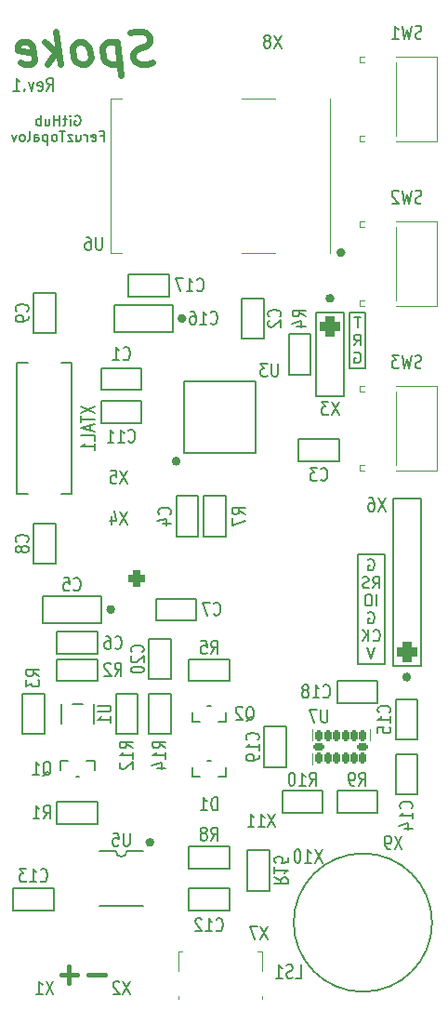
<source format=gbo>
G04 #@! TF.GenerationSoftware,KiCad,Pcbnew,(6.0.9)*
G04 #@! TF.CreationDate,2023-03-26T12:40:35+02:00*
G04 #@! TF.ProjectId,Spoke,53706f6b-652e-46b6-9963-61645f706362,1*
G04 #@! TF.SameCoordinates,PX5f5e100PY5f5e100*
G04 #@! TF.FileFunction,Legend,Bot*
G04 #@! TF.FilePolarity,Positive*
%FSLAX46Y46*%
G04 Gerber Fmt 4.6, Leading zero omitted, Abs format (unit mm)*
G04 Created by KiCad (PCBNEW (6.0.9)) date 2023-03-26 12:40:35*
%MOMM*%
%LPD*%
G01*
G04 APERTURE LIST*
G04 Aperture macros list*
%AMRoundRect*
0 Rectangle with rounded corners*
0 $1 Rounding radius*
0 $2 $3 $4 $5 $6 $7 $8 $9 X,Y pos of 4 corners*
0 Add a 4 corners polygon primitive as box body*
4,1,4,$2,$3,$4,$5,$6,$7,$8,$9,$2,$3,0*
0 Add four circle primitives for the rounded corners*
1,1,$1+$1,$2,$3*
1,1,$1+$1,$4,$5*
1,1,$1+$1,$6,$7*
1,1,$1+$1,$8,$9*
0 Add four rect primitives between the rounded corners*
20,1,$1+$1,$2,$3,$4,$5,0*
20,1,$1+$1,$4,$5,$6,$7,0*
20,1,$1+$1,$6,$7,$8,$9,0*
20,1,$1+$1,$8,$9,$2,$3,0*%
G04 Aperture macros list end*
%ADD10C,0.400000*%
%ADD11C,0.150000*%
%ADD12C,0.600000*%
%ADD13C,0.180000*%
%ADD14C,0.200000*%
%ADD15C,0.120000*%
%ADD16RoundRect,0.375000X-0.375000X-0.375000X0.375000X-0.375000X0.375000X0.375000X-0.375000X0.375000X0*%
%ADD17C,1.500000*%
%ADD18R,1.500000X1.300000*%
%ADD19R,0.900000X2.000000*%
%ADD20C,2.000000*%
%ADD21R,1.300000X1.500000*%
%ADD22R,0.600000X1.100000*%
%ADD23R,2.200000X0.600000*%
%ADD24R,2.290000X3.000000*%
%ADD25R,0.450000X1.380000*%
%ADD26R,1.425000X1.550000*%
%ADD27R,2.200000X1.800000*%
%ADD28R,1.000000X1.400000*%
%ADD29C,1.750000*%
%ADD30C,2.500000*%
%ADD31C,1.800000*%
%ADD32RoundRect,0.150000X0.150000X-0.325000X0.150000X0.325000X-0.150000X0.325000X-0.150000X-0.325000X0*%
%ADD33RoundRect,0.150000X0.325000X-0.150000X0.325000X0.150000X-0.325000X0.150000X-0.325000X-0.150000X0*%
%ADD34RoundRect,0.450000X0.450000X-0.450000X0.450000X0.450000X-0.450000X0.450000X-0.450000X-0.450000X0*%
%ADD35O,2.400000X4.000000*%
%ADD36RoundRect,0.450000X-0.450000X0.450000X-0.450000X-0.450000X0.450000X-0.450000X0.450000X0.450000X0*%
%ADD37O,2.600000X4.000000*%
%ADD38R,2.000000X6.000000*%
%ADD39R,1.200000X0.300000*%
%ADD40R,0.300000X1.200000*%
%ADD41R,1.700000X1.800000*%
G04 APERTURE END LIST*
D10*
X-13000000Y-42750000D02*
X-14500000Y-42750000D01*
X-10500000Y-42750000D02*
X-12000000Y-42750000D01*
D11*
X11750000Y12500000D02*
X13250000Y12500000D01*
X13250000Y12500000D02*
X13250000Y17500000D01*
X13250000Y17500000D02*
X11750000Y17500000D01*
X11750000Y17500000D02*
X11750000Y12500000D01*
X12500000Y-14500000D02*
X15000000Y-14500000D01*
X15000000Y-14500000D02*
X15000000Y-4500000D01*
X15000000Y-4500000D02*
X12500000Y-4500000D01*
X12500000Y-4500000D02*
X12500000Y-14500000D01*
D10*
X-13750000Y-42000000D02*
X-13750000Y-43500000D01*
D12*
X-6162411Y40285715D02*
X-6573125Y40142858D01*
X-7287411Y40142858D01*
X-7590983Y40285715D01*
X-7751697Y40428572D01*
X-7930268Y40714286D01*
X-7965983Y41000000D01*
X-7858840Y41285715D01*
X-7733840Y41428572D01*
X-7465983Y41571429D01*
X-6912411Y41714286D01*
X-6644554Y41857143D01*
X-6519554Y42000000D01*
X-6412411Y42285715D01*
X-6448125Y42571429D01*
X-6626697Y42857143D01*
X-6787411Y43000000D01*
X-7090983Y43142858D01*
X-7805268Y43142858D01*
X-8215983Y43000000D01*
X-9394554Y42142858D02*
X-9019554Y39142858D01*
X-9376697Y42000000D02*
X-9680268Y42142858D01*
X-10251697Y42142858D01*
X-10519554Y42000000D01*
X-10644554Y41857143D01*
X-10751697Y41571429D01*
X-10644554Y40714286D01*
X-10465983Y40428572D01*
X-10305268Y40285715D01*
X-10001697Y40142858D01*
X-9430268Y40142858D01*
X-9162411Y40285715D01*
X-12287411Y40142858D02*
X-12019554Y40285715D01*
X-11894554Y40428572D01*
X-11787411Y40714286D01*
X-11894554Y41571429D01*
X-12073125Y41857143D01*
X-12233840Y42000000D01*
X-12537411Y42142858D01*
X-12965983Y42142858D01*
X-13233840Y42000000D01*
X-13358840Y41857143D01*
X-13465983Y41571429D01*
X-13358840Y40714286D01*
X-13180268Y40428572D01*
X-13019554Y40285715D01*
X-12715983Y40142858D01*
X-12287411Y40142858D01*
X-14573125Y40142858D02*
X-14948125Y43142858D01*
X-15001697Y41285715D02*
X-15715983Y40142858D01*
X-15965983Y42142858D02*
X-14680268Y41000000D01*
X-18162411Y40285715D02*
X-17858840Y40142858D01*
X-17287411Y40142858D01*
X-17019554Y40285715D01*
X-16912411Y40571429D01*
X-17055268Y41714286D01*
X-17233840Y42000000D01*
X-17537411Y42142858D01*
X-18108840Y42142858D01*
X-18376697Y42000000D01*
X-18483840Y41714286D01*
X-18448125Y41428572D01*
X-16983840Y41142858D01*
D13*
X-13228572Y35424500D02*
X-13142858Y35467358D01*
X-13014286Y35467358D01*
X-12885715Y35424500D01*
X-12800000Y35338786D01*
X-12757143Y35253072D01*
X-12714286Y35081643D01*
X-12714286Y34953072D01*
X-12757143Y34781643D01*
X-12800000Y34695929D01*
X-12885715Y34610215D01*
X-13014286Y34567358D01*
X-13100000Y34567358D01*
X-13228572Y34610215D01*
X-13271429Y34653072D01*
X-13271429Y34953072D01*
X-13100000Y34953072D01*
X-13657143Y34567358D02*
X-13657143Y35167358D01*
X-13657143Y35467358D02*
X-13614286Y35424500D01*
X-13657143Y35381643D01*
X-13700000Y35424500D01*
X-13657143Y35467358D01*
X-13657143Y35381643D01*
X-13957143Y35167358D02*
X-14300000Y35167358D01*
X-14085715Y35467358D02*
X-14085715Y34695929D01*
X-14128572Y34610215D01*
X-14214286Y34567358D01*
X-14300000Y34567358D01*
X-14600000Y34567358D02*
X-14600000Y35467358D01*
X-14600000Y35038786D02*
X-15114286Y35038786D01*
X-15114286Y34567358D02*
X-15114286Y35467358D01*
X-15928572Y35167358D02*
X-15928572Y34567358D01*
X-15542858Y35167358D02*
X-15542858Y34695929D01*
X-15585715Y34610215D01*
X-15671429Y34567358D01*
X-15800000Y34567358D01*
X-15885715Y34610215D01*
X-15928572Y34653072D01*
X-16357143Y34567358D02*
X-16357143Y35467358D01*
X-16357143Y35124500D02*
X-16442858Y35167358D01*
X-16614286Y35167358D01*
X-16700000Y35124500D01*
X-16742858Y35081643D01*
X-16785715Y34995929D01*
X-16785715Y34738786D01*
X-16742858Y34653072D01*
X-16700000Y34610215D01*
X-16614286Y34567358D01*
X-16442858Y34567358D01*
X-16357143Y34610215D01*
X-10892858Y33589786D02*
X-10592858Y33589786D01*
X-10592858Y33118358D02*
X-10592858Y34018358D01*
X-11021429Y34018358D01*
X-11707143Y33161215D02*
X-11621429Y33118358D01*
X-11450000Y33118358D01*
X-11364286Y33161215D01*
X-11321429Y33246929D01*
X-11321429Y33589786D01*
X-11364286Y33675500D01*
X-11450000Y33718358D01*
X-11621429Y33718358D01*
X-11707143Y33675500D01*
X-11750000Y33589786D01*
X-11750000Y33504072D01*
X-11321429Y33418358D01*
X-12135715Y33118358D02*
X-12135715Y33718358D01*
X-12135715Y33546929D02*
X-12178572Y33632643D01*
X-12221429Y33675500D01*
X-12307143Y33718358D01*
X-12392858Y33718358D01*
X-13078572Y33718358D02*
X-13078572Y33118358D01*
X-12692858Y33718358D02*
X-12692858Y33246929D01*
X-12735715Y33161215D01*
X-12821429Y33118358D01*
X-12950000Y33118358D01*
X-13035715Y33161215D01*
X-13078572Y33204072D01*
X-13421429Y33718358D02*
X-13892858Y33718358D01*
X-13421429Y33118358D01*
X-13892858Y33118358D01*
X-14107143Y34018358D02*
X-14621429Y34018358D01*
X-14364286Y33118358D02*
X-14364286Y34018358D01*
X-15050000Y33118358D02*
X-14964286Y33161215D01*
X-14921429Y33204072D01*
X-14878572Y33289786D01*
X-14878572Y33546929D01*
X-14921429Y33632643D01*
X-14964286Y33675500D01*
X-15050000Y33718358D01*
X-15178572Y33718358D01*
X-15264286Y33675500D01*
X-15307143Y33632643D01*
X-15350000Y33546929D01*
X-15350000Y33289786D01*
X-15307143Y33204072D01*
X-15264286Y33161215D01*
X-15178572Y33118358D01*
X-15050000Y33118358D01*
X-15735715Y33718358D02*
X-15735715Y32818358D01*
X-15735715Y33675500D02*
X-15821429Y33718358D01*
X-15992858Y33718358D01*
X-16078572Y33675500D01*
X-16121429Y33632643D01*
X-16164286Y33546929D01*
X-16164286Y33289786D01*
X-16121429Y33204072D01*
X-16078572Y33161215D01*
X-15992858Y33118358D01*
X-15821429Y33118358D01*
X-15735715Y33161215D01*
X-16935715Y33118358D02*
X-16935715Y33589786D01*
X-16892858Y33675500D01*
X-16807143Y33718358D01*
X-16635715Y33718358D01*
X-16550000Y33675500D01*
X-16935715Y33161215D02*
X-16850000Y33118358D01*
X-16635715Y33118358D01*
X-16550000Y33161215D01*
X-16507143Y33246929D01*
X-16507143Y33332643D01*
X-16550000Y33418358D01*
X-16635715Y33461215D01*
X-16850000Y33461215D01*
X-16935715Y33504072D01*
X-17492858Y33118358D02*
X-17407143Y33161215D01*
X-17364286Y33246929D01*
X-17364286Y34018358D01*
X-17964286Y33118358D02*
X-17878572Y33161215D01*
X-17835715Y33204072D01*
X-17792858Y33289786D01*
X-17792858Y33546929D01*
X-17835715Y33632643D01*
X-17878572Y33675500D01*
X-17964286Y33718358D01*
X-18092858Y33718358D01*
X-18178572Y33675500D01*
X-18221429Y33632643D01*
X-18264286Y33546929D01*
X-18264286Y33289786D01*
X-18221429Y33204072D01*
X-18178572Y33161215D01*
X-18092858Y33118358D01*
X-17964286Y33118358D01*
X-18564286Y33718358D02*
X-18778572Y33118358D01*
X-18992858Y33718358D01*
D11*
X13488095Y-4975000D02*
X13583333Y-4927380D01*
X13726190Y-4927380D01*
X13869047Y-4975000D01*
X13964285Y-5070238D01*
X14011904Y-5165476D01*
X14059523Y-5355952D01*
X14059523Y-5498809D01*
X14011904Y-5689285D01*
X13964285Y-5784523D01*
X13869047Y-5879761D01*
X13726190Y-5927380D01*
X13630952Y-5927380D01*
X13488095Y-5879761D01*
X13440476Y-5832142D01*
X13440476Y-5498809D01*
X13630952Y-5498809D01*
X13916666Y-7537380D02*
X14250000Y-7061190D01*
X14488095Y-7537380D02*
X14488095Y-6537380D01*
X14107142Y-6537380D01*
X14011904Y-6585000D01*
X13964285Y-6632619D01*
X13916666Y-6727857D01*
X13916666Y-6870714D01*
X13964285Y-6965952D01*
X14011904Y-7013571D01*
X14107142Y-7061190D01*
X14488095Y-7061190D01*
X13535714Y-7489761D02*
X13392857Y-7537380D01*
X13154761Y-7537380D01*
X13059523Y-7489761D01*
X13011904Y-7442142D01*
X12964285Y-7346904D01*
X12964285Y-7251666D01*
X13011904Y-7156428D01*
X13059523Y-7108809D01*
X13154761Y-7061190D01*
X13345238Y-7013571D01*
X13440476Y-6965952D01*
X13488095Y-6918333D01*
X13535714Y-6823095D01*
X13535714Y-6727857D01*
X13488095Y-6632619D01*
X13440476Y-6585000D01*
X13345238Y-6537380D01*
X13107142Y-6537380D01*
X12964285Y-6585000D01*
X14273809Y-9147380D02*
X14273809Y-8147380D01*
X13607142Y-8147380D02*
X13416666Y-8147380D01*
X13321428Y-8195000D01*
X13226190Y-8290238D01*
X13178571Y-8480714D01*
X13178571Y-8814047D01*
X13226190Y-9004523D01*
X13321428Y-9099761D01*
X13416666Y-9147380D01*
X13607142Y-9147380D01*
X13702380Y-9099761D01*
X13797619Y-9004523D01*
X13845238Y-8814047D01*
X13845238Y-8480714D01*
X13797619Y-8290238D01*
X13702380Y-8195000D01*
X13607142Y-8147380D01*
X13488095Y-9805000D02*
X13583333Y-9757380D01*
X13726190Y-9757380D01*
X13869047Y-9805000D01*
X13964285Y-9900238D01*
X14011904Y-9995476D01*
X14059523Y-10185952D01*
X14059523Y-10328809D01*
X14011904Y-10519285D01*
X13964285Y-10614523D01*
X13869047Y-10709761D01*
X13726190Y-10757380D01*
X13630952Y-10757380D01*
X13488095Y-10709761D01*
X13440476Y-10662142D01*
X13440476Y-10328809D01*
X13630952Y-10328809D01*
X13940476Y-12272142D02*
X13988095Y-12319761D01*
X14130952Y-12367380D01*
X14226190Y-12367380D01*
X14369047Y-12319761D01*
X14464285Y-12224523D01*
X14511904Y-12129285D01*
X14559523Y-11938809D01*
X14559523Y-11795952D01*
X14511904Y-11605476D01*
X14464285Y-11510238D01*
X14369047Y-11415000D01*
X14226190Y-11367380D01*
X14130952Y-11367380D01*
X13988095Y-11415000D01*
X13940476Y-11462619D01*
X13511904Y-12367380D02*
X13511904Y-11367380D01*
X12940476Y-12367380D02*
X13369047Y-11795952D01*
X12940476Y-11367380D02*
X13511904Y-11938809D01*
X14083333Y-12977380D02*
X13750000Y-13977380D01*
X13416666Y-12977380D01*
X12785714Y17157620D02*
X12214285Y17157620D01*
X12500000Y16157620D02*
X12500000Y17157620D01*
X12190476Y14547620D02*
X12523809Y15023810D01*
X12761904Y14547620D02*
X12761904Y15547620D01*
X12380952Y15547620D01*
X12285714Y15500000D01*
X12238095Y15452381D01*
X12190476Y15357143D01*
X12190476Y15214286D01*
X12238095Y15119048D01*
X12285714Y15071429D01*
X12380952Y15023810D01*
X12761904Y15023810D01*
X12238095Y13890000D02*
X12333333Y13937620D01*
X12476190Y13937620D01*
X12619047Y13890000D01*
X12714285Y13794762D01*
X12761904Y13699524D01*
X12809523Y13509048D01*
X12809523Y13366191D01*
X12761904Y13175715D01*
X12714285Y13080477D01*
X12619047Y12985239D01*
X12476190Y12937620D01*
X12380952Y12937620D01*
X12238095Y12985239D01*
X12190476Y13032858D01*
X12190476Y13366191D01*
X12380952Y13366191D01*
D14*
X-15785715Y37707143D02*
X-15452381Y38278572D01*
X-15214286Y37707143D02*
X-15214286Y38907143D01*
X-15595239Y38907143D01*
X-15690477Y38850000D01*
X-15738096Y38792858D01*
X-15785715Y38678572D01*
X-15785715Y38507143D01*
X-15738096Y38392858D01*
X-15690477Y38335715D01*
X-15595239Y38278572D01*
X-15214286Y38278572D01*
X-16595239Y37764286D02*
X-16500000Y37707143D01*
X-16309524Y37707143D01*
X-16214286Y37764286D01*
X-16166667Y37878572D01*
X-16166667Y38335715D01*
X-16214286Y38450000D01*
X-16309524Y38507143D01*
X-16500000Y38507143D01*
X-16595239Y38450000D01*
X-16642858Y38335715D01*
X-16642858Y38221429D01*
X-16166667Y38107143D01*
X-16976191Y38507143D02*
X-17214286Y37707143D01*
X-17452381Y38507143D01*
X-17833334Y37821429D02*
X-17880953Y37764286D01*
X-17833334Y37707143D01*
X-17785715Y37764286D01*
X-17833334Y37821429D01*
X-17833334Y37707143D01*
X-18833334Y37707143D02*
X-18261905Y37707143D01*
X-18547620Y37707143D02*
X-18547620Y38907143D01*
X-18452381Y38735715D01*
X-18357143Y38621429D01*
X-18261905Y38564286D01*
G04 #@! TO.C,R14*
X-4957143Y-22107142D02*
X-5528572Y-21773809D01*
X-4957143Y-21535714D02*
X-6157143Y-21535714D01*
X-6157143Y-21916666D01*
X-6100000Y-22011904D01*
X-6042858Y-22059523D01*
X-5928572Y-22107142D01*
X-5757143Y-22107142D01*
X-5642858Y-22059523D01*
X-5585715Y-22011904D01*
X-5528572Y-21916666D01*
X-5528572Y-21535714D01*
X-4957143Y-23059523D02*
X-4957143Y-22488095D01*
X-4957143Y-22773809D02*
X-6157143Y-22773809D01*
X-5985715Y-22678571D01*
X-5871429Y-22583333D01*
X-5814286Y-22488095D01*
X-5757143Y-23916666D02*
X-4957143Y-23916666D01*
X-6214286Y-23678571D02*
X-5357143Y-23440476D01*
X-5357143Y-24059523D01*
G04 #@! TO.C,U6*
X-10738096Y24407143D02*
X-10738096Y23435715D01*
X-10785715Y23321429D01*
X-10833334Y23264286D01*
X-10928572Y23207143D01*
X-11119048Y23207143D01*
X-11214286Y23264286D01*
X-11261905Y23321429D01*
X-11309524Y23435715D01*
X-11309524Y24407143D01*
X-12214286Y24407143D02*
X-12023810Y24407143D01*
X-11928572Y24350000D01*
X-11880953Y24292858D01*
X-11785715Y24121429D01*
X-11738096Y23892858D01*
X-11738096Y23435715D01*
X-11785715Y23321429D01*
X-11833334Y23264286D01*
X-11928572Y23207143D01*
X-12119048Y23207143D01*
X-12214286Y23264286D01*
X-12261905Y23321429D01*
X-12309524Y23435715D01*
X-12309524Y23721429D01*
X-12261905Y23835715D01*
X-12214286Y23892858D01*
X-12119048Y23950000D01*
X-11928572Y23950000D01*
X-11833334Y23892858D01*
X-11785715Y23835715D01*
X-11738096Y23721429D01*
G04 #@! TO.C,X11*
X5035714Y-28092857D02*
X4369047Y-29292857D01*
X4369047Y-28092857D02*
X5035714Y-29292857D01*
X3464285Y-29292857D02*
X4035714Y-29292857D01*
X3750000Y-29292857D02*
X3750000Y-28092857D01*
X3845238Y-28264285D01*
X3940476Y-28378571D01*
X4035714Y-28435714D01*
X2511904Y-29292857D02*
X3083333Y-29292857D01*
X2797619Y-29292857D02*
X2797619Y-28092857D01*
X2892857Y-28264285D01*
X2988095Y-28378571D01*
X3083333Y-28435714D01*
G04 #@! TO.C,C17*
X-2107143Y19571429D02*
X-2059524Y19514286D01*
X-1916667Y19457143D01*
X-1821429Y19457143D01*
X-1678572Y19514286D01*
X-1583334Y19628572D01*
X-1535715Y19742858D01*
X-1488096Y19971429D01*
X-1488096Y20142858D01*
X-1535715Y20371429D01*
X-1583334Y20485715D01*
X-1678572Y20600000D01*
X-1821429Y20657143D01*
X-1916667Y20657143D01*
X-2059524Y20600000D01*
X-2107143Y20542858D01*
X-3059524Y19457143D02*
X-2488096Y19457143D01*
X-2773810Y19457143D02*
X-2773810Y20657143D01*
X-2678572Y20485715D01*
X-2583334Y20371429D01*
X-2488096Y20314286D01*
X-3392858Y20657143D02*
X-4059524Y20657143D01*
X-3630953Y19457143D01*
G04 #@! TO.C,U1*
X-11157143Y-18238095D02*
X-10185715Y-18238095D01*
X-10071429Y-18285714D01*
X-10014286Y-18333333D01*
X-9957143Y-18428571D01*
X-9957143Y-18619047D01*
X-10014286Y-18714285D01*
X-10071429Y-18761904D01*
X-10185715Y-18809523D01*
X-11157143Y-18809523D01*
X-9957143Y-19809523D02*
X-9957143Y-19238095D01*
X-9957143Y-19523809D02*
X-11157143Y-19523809D01*
X-10985715Y-19428571D01*
X-10871429Y-19333333D01*
X-10814286Y-19238095D01*
G04 #@! TO.C,R7*
X2292857Y-833333D02*
X1721428Y-500000D01*
X2292857Y-261904D02*
X1092857Y-261904D01*
X1092857Y-642857D01*
X1150000Y-738095D01*
X1207142Y-785714D01*
X1321428Y-833333D01*
X1492857Y-833333D01*
X1607142Y-785714D01*
X1664285Y-738095D01*
X1721428Y-642857D01*
X1721428Y-261904D01*
X1092857Y-1166666D02*
X1092857Y-1833333D01*
X2292857Y-1404761D01*
G04 #@! TO.C,U5*
X-8238096Y-29842857D02*
X-8238096Y-30814285D01*
X-8285715Y-30928571D01*
X-8333334Y-30985714D01*
X-8428572Y-31042857D01*
X-8619048Y-31042857D01*
X-8714286Y-30985714D01*
X-8761905Y-30928571D01*
X-8809524Y-30814285D01*
X-8809524Y-29842857D01*
X-9761905Y-29842857D02*
X-9285715Y-29842857D01*
X-9238096Y-30414285D01*
X-9285715Y-30357142D01*
X-9380953Y-30300000D01*
X-9619048Y-30300000D01*
X-9714286Y-30357142D01*
X-9761905Y-30414285D01*
X-9809524Y-30528571D01*
X-9809524Y-30814285D01*
X-9761905Y-30928571D01*
X-9714286Y-30985714D01*
X-9619048Y-31042857D01*
X-9380953Y-31042857D01*
X-9285715Y-30985714D01*
X-9238096Y-30928571D01*
G04 #@! TO.C,C9*
X-17571429Y17666667D02*
X-17514286Y17714286D01*
X-17457143Y17857143D01*
X-17457143Y17952381D01*
X-17514286Y18095239D01*
X-17628572Y18190477D01*
X-17742858Y18238096D01*
X-17971429Y18285715D01*
X-18142858Y18285715D01*
X-18371429Y18238096D01*
X-18485715Y18190477D01*
X-18600000Y18095239D01*
X-18657143Y17952381D01*
X-18657143Y17857143D01*
X-18600000Y17714286D01*
X-18542858Y17666667D01*
X-17457143Y17190477D02*
X-17457143Y17000000D01*
X-17514286Y16904762D01*
X-17571429Y16857143D01*
X-17742858Y16761905D01*
X-17971429Y16714286D01*
X-18428572Y16714286D01*
X-18542858Y16761905D01*
X-18600000Y16809524D01*
X-18657143Y16904762D01*
X-18657143Y17095239D01*
X-18600000Y17190477D01*
X-18542858Y17238096D01*
X-18428572Y17285715D01*
X-18142858Y17285715D01*
X-18028572Y17238096D01*
X-17971429Y17190477D01*
X-17914286Y17095239D01*
X-17914286Y16904762D01*
X-17971429Y16809524D01*
X-18028572Y16761905D01*
X-18142858Y16714286D01*
G04 #@! TO.C,X7*
X4309523Y-38342857D02*
X3642857Y-39542857D01*
X3642857Y-38342857D02*
X4309523Y-39542857D01*
X3357142Y-38342857D02*
X2690476Y-38342857D01*
X3119047Y-39542857D01*
G04 #@! TO.C,R8*
X-833334Y-30542857D02*
X-500000Y-29971428D01*
X-261905Y-30542857D02*
X-261905Y-29342857D01*
X-642858Y-29342857D01*
X-738096Y-29400000D01*
X-785715Y-29457142D01*
X-833334Y-29571428D01*
X-833334Y-29742857D01*
X-785715Y-29857142D01*
X-738096Y-29914285D01*
X-642858Y-29971428D01*
X-261905Y-29971428D01*
X-1404762Y-29857142D02*
X-1309524Y-29800000D01*
X-1261905Y-29742857D01*
X-1214286Y-29628571D01*
X-1214286Y-29571428D01*
X-1261905Y-29457142D01*
X-1309524Y-29400000D01*
X-1404762Y-29342857D01*
X-1595239Y-29342857D01*
X-1690477Y-29400000D01*
X-1738096Y-29457142D01*
X-1785715Y-29571428D01*
X-1785715Y-29628571D01*
X-1738096Y-29742857D01*
X-1690477Y-29800000D01*
X-1595239Y-29857142D01*
X-1404762Y-29857142D01*
X-1309524Y-29914285D01*
X-1261905Y-29971428D01*
X-1214286Y-30085714D01*
X-1214286Y-30314285D01*
X-1261905Y-30428571D01*
X-1309524Y-30485714D01*
X-1404762Y-30542857D01*
X-1595239Y-30542857D01*
X-1690477Y-30485714D01*
X-1738096Y-30428571D01*
X-1785715Y-30314285D01*
X-1785715Y-30085714D01*
X-1738096Y-29971428D01*
X-1690477Y-29914285D01*
X-1595239Y-29857142D01*
G04 #@! TO.C,C12*
X-357143Y-38678571D02*
X-309524Y-38735714D01*
X-166667Y-38792857D01*
X-71429Y-38792857D01*
X71428Y-38735714D01*
X166666Y-38621428D01*
X214285Y-38507142D01*
X261904Y-38278571D01*
X261904Y-38107142D01*
X214285Y-37878571D01*
X166666Y-37764285D01*
X71428Y-37650000D01*
X-71429Y-37592857D01*
X-166667Y-37592857D01*
X-309524Y-37650000D01*
X-357143Y-37707142D01*
X-1309524Y-38792857D02*
X-738096Y-38792857D01*
X-1023810Y-38792857D02*
X-1023810Y-37592857D01*
X-928572Y-37764285D01*
X-833334Y-37878571D01*
X-738096Y-37935714D01*
X-1690477Y-37707142D02*
X-1738096Y-37650000D01*
X-1833334Y-37592857D01*
X-2071429Y-37592857D01*
X-2166667Y-37650000D01*
X-2214286Y-37707142D01*
X-2261905Y-37821428D01*
X-2261905Y-37935714D01*
X-2214286Y-38107142D01*
X-1642858Y-38792857D01*
X-2261905Y-38792857D01*
G04 #@! TO.C,X10*
X9285714Y-31342857D02*
X8619047Y-32542857D01*
X8619047Y-31342857D02*
X9285714Y-32542857D01*
X7714285Y-32542857D02*
X8285714Y-32542857D01*
X8000000Y-32542857D02*
X8000000Y-31342857D01*
X8095238Y-31514285D01*
X8190476Y-31628571D01*
X8285714Y-31685714D01*
X7095238Y-31342857D02*
X7000000Y-31342857D01*
X6904761Y-31400000D01*
X6857142Y-31457142D01*
X6809523Y-31571428D01*
X6761904Y-31800000D01*
X6761904Y-32085714D01*
X6809523Y-32314285D01*
X6857142Y-32428571D01*
X6904761Y-32485714D01*
X7000000Y-32542857D01*
X7095238Y-32542857D01*
X7190476Y-32485714D01*
X7238095Y-32428571D01*
X7285714Y-32314285D01*
X7333333Y-32085714D01*
X7333333Y-31800000D01*
X7285714Y-31571428D01*
X7238095Y-31457142D01*
X7190476Y-31400000D01*
X7095238Y-31342857D01*
G04 #@! TO.C,C6*
X-9583334Y-13004771D02*
X-9535715Y-13061914D01*
X-9392858Y-13119057D01*
X-9297620Y-13119057D01*
X-9154762Y-13061914D01*
X-9059524Y-12947628D01*
X-9011905Y-12833342D01*
X-8964286Y-12604771D01*
X-8964286Y-12433342D01*
X-9011905Y-12204771D01*
X-9059524Y-12090485D01*
X-9154762Y-11976200D01*
X-9297620Y-11919057D01*
X-9392858Y-11919057D01*
X-9535715Y-11976200D01*
X-9583334Y-12033342D01*
X-10440477Y-11919057D02*
X-10250000Y-11919057D01*
X-10154762Y-11976200D01*
X-10107143Y-12033342D01*
X-10011905Y-12204771D01*
X-9964286Y-12433342D01*
X-9964286Y-12890485D01*
X-10011905Y-13004771D01*
X-10059524Y-13061914D01*
X-10154762Y-13119057D01*
X-10345239Y-13119057D01*
X-10440477Y-13061914D01*
X-10488096Y-13004771D01*
X-10535715Y-12890485D01*
X-10535715Y-12604771D01*
X-10488096Y-12490485D01*
X-10440477Y-12433342D01*
X-10345239Y-12376200D01*
X-10154762Y-12376200D01*
X-10059524Y-12433342D01*
X-10011905Y-12490485D01*
X-9964286Y-12604771D01*
G04 #@! TO.C,R1*
X-16083334Y-28542857D02*
X-15750000Y-27971428D01*
X-15511905Y-28542857D02*
X-15511905Y-27342857D01*
X-15892858Y-27342857D01*
X-15988096Y-27400000D01*
X-16035715Y-27457142D01*
X-16083334Y-27571428D01*
X-16083334Y-27742857D01*
X-16035715Y-27857142D01*
X-15988096Y-27914285D01*
X-15892858Y-27971428D01*
X-15511905Y-27971428D01*
X-17035715Y-28542857D02*
X-16464286Y-28542857D01*
X-16750000Y-28542857D02*
X-16750000Y-27342857D01*
X-16654762Y-27514285D01*
X-16559524Y-27628571D01*
X-16464286Y-27685714D01*
G04 #@! TO.C,R5*
X-833334Y-13542857D02*
X-500000Y-12971428D01*
X-261905Y-13542857D02*
X-261905Y-12342857D01*
X-642858Y-12342857D01*
X-738096Y-12400000D01*
X-785715Y-12457142D01*
X-833334Y-12571428D01*
X-833334Y-12742857D01*
X-785715Y-12857142D01*
X-738096Y-12914285D01*
X-642858Y-12971428D01*
X-261905Y-12971428D01*
X-1738096Y-12342857D02*
X-1261905Y-12342857D01*
X-1214286Y-12914285D01*
X-1261905Y-12857142D01*
X-1357143Y-12800000D01*
X-1595239Y-12800000D01*
X-1690477Y-12857142D01*
X-1738096Y-12914285D01*
X-1785715Y-13028571D01*
X-1785715Y-13314285D01*
X-1738096Y-13428571D01*
X-1690477Y-13485714D01*
X-1595239Y-13542857D01*
X-1357143Y-13542857D01*
X-1261905Y-13485714D01*
X-1214286Y-13428571D01*
G04 #@! TO.C,Q1*
X-16154762Y-24657142D02*
X-16059524Y-24600000D01*
X-15964286Y-24485714D01*
X-15821429Y-24314285D01*
X-15726191Y-24257142D01*
X-15630953Y-24257142D01*
X-15678572Y-24542857D02*
X-15583334Y-24485714D01*
X-15488096Y-24371428D01*
X-15440477Y-24142857D01*
X-15440477Y-23742857D01*
X-15488096Y-23514285D01*
X-15583334Y-23400000D01*
X-15678572Y-23342857D01*
X-15869048Y-23342857D01*
X-15964286Y-23400000D01*
X-16059524Y-23514285D01*
X-16107143Y-23742857D01*
X-16107143Y-24142857D01*
X-16059524Y-24371428D01*
X-15964286Y-24485714D01*
X-15869048Y-24542857D01*
X-15678572Y-24542857D01*
X-17059524Y-24542857D02*
X-16488096Y-24542857D01*
X-16773810Y-24542857D02*
X-16773810Y-23342857D01*
X-16678572Y-23514285D01*
X-16583334Y-23628571D01*
X-16488096Y-23685714D01*
G04 #@! TO.C,SW3*
X18333333Y12514286D02*
X18190476Y12457143D01*
X17952380Y12457143D01*
X17857142Y12514286D01*
X17809523Y12571429D01*
X17761904Y12685715D01*
X17761904Y12800000D01*
X17809523Y12914286D01*
X17857142Y12971429D01*
X17952380Y13028572D01*
X18142857Y13085715D01*
X18238095Y13142858D01*
X18285714Y13200000D01*
X18333333Y13314286D01*
X18333333Y13428572D01*
X18285714Y13542858D01*
X18238095Y13600000D01*
X18142857Y13657143D01*
X17904761Y13657143D01*
X17761904Y13600000D01*
X17428571Y13657143D02*
X17190476Y12457143D01*
X17000000Y13314286D01*
X16809523Y12457143D01*
X16571428Y13657143D01*
X16285714Y13657143D02*
X15666666Y13657143D01*
X16000000Y13200000D01*
X15857142Y13200000D01*
X15761904Y13142858D01*
X15714285Y13085715D01*
X15666666Y12971429D01*
X15666666Y12685715D01*
X15714285Y12571429D01*
X15761904Y12514286D01*
X15857142Y12457143D01*
X16142857Y12457143D01*
X16238095Y12514286D01*
X16285714Y12571429D01*
G04 #@! TO.C,R4*
X7792857Y17166667D02*
X7221428Y17500000D01*
X7792857Y17738096D02*
X6592857Y17738096D01*
X6592857Y17357143D01*
X6650000Y17261905D01*
X6707142Y17214286D01*
X6821428Y17166667D01*
X6992857Y17166667D01*
X7107142Y17214286D01*
X7164285Y17261905D01*
X7221428Y17357143D01*
X7221428Y17738096D01*
X6992857Y16309524D02*
X7792857Y16309524D01*
X6535714Y16547620D02*
X7392857Y16785715D01*
X7392857Y16166667D01*
G04 #@! TO.C,LS1*
X6892857Y-43042857D02*
X7369047Y-43042857D01*
X7369047Y-41842857D01*
X6607142Y-42985714D02*
X6464285Y-43042857D01*
X6226190Y-43042857D01*
X6130952Y-42985714D01*
X6083333Y-42928571D01*
X6035714Y-42814285D01*
X6035714Y-42700000D01*
X6083333Y-42585714D01*
X6130952Y-42528571D01*
X6226190Y-42471428D01*
X6416666Y-42414285D01*
X6511904Y-42357142D01*
X6559523Y-42300000D01*
X6607142Y-42185714D01*
X6607142Y-42071428D01*
X6559523Y-41957142D01*
X6511904Y-41900000D01*
X6416666Y-41842857D01*
X6178571Y-41842857D01*
X6035714Y-41900000D01*
X5083333Y-43042857D02*
X5654761Y-43042857D01*
X5369047Y-43042857D02*
X5369047Y-41842857D01*
X5464285Y-42014285D01*
X5559523Y-42128571D01*
X5654761Y-42185714D01*
G04 #@! TO.C,C14*
X17428571Y-27607142D02*
X17485714Y-27559523D01*
X17542857Y-27416666D01*
X17542857Y-27321428D01*
X17485714Y-27178571D01*
X17371428Y-27083333D01*
X17257142Y-27035714D01*
X17028571Y-26988095D01*
X16857142Y-26988095D01*
X16628571Y-27035714D01*
X16514285Y-27083333D01*
X16400000Y-27178571D01*
X16342857Y-27321428D01*
X16342857Y-27416666D01*
X16400000Y-27559523D01*
X16457142Y-27607142D01*
X17542857Y-28559523D02*
X17542857Y-27988095D01*
X17542857Y-28273809D02*
X16342857Y-28273809D01*
X16514285Y-28178571D01*
X16628571Y-28083333D01*
X16685714Y-27988095D01*
X16742857Y-29416666D02*
X17542857Y-29416666D01*
X16285714Y-29178571D02*
X17142857Y-28940476D01*
X17142857Y-29559523D01*
G04 #@! TO.C,R2*
X-9583334Y-15542857D02*
X-9250000Y-14971428D01*
X-9011905Y-15542857D02*
X-9011905Y-14342857D01*
X-9392858Y-14342857D01*
X-9488096Y-14400000D01*
X-9535715Y-14457142D01*
X-9583334Y-14571428D01*
X-9583334Y-14742857D01*
X-9535715Y-14857142D01*
X-9488096Y-14914285D01*
X-9392858Y-14971428D01*
X-9011905Y-14971428D01*
X-9964286Y-14457142D02*
X-10011905Y-14400000D01*
X-10107143Y-14342857D01*
X-10345239Y-14342857D01*
X-10440477Y-14400000D01*
X-10488096Y-14457142D01*
X-10535715Y-14571428D01*
X-10535715Y-14685714D01*
X-10488096Y-14857142D01*
X-9916667Y-15542857D01*
X-10535715Y-15542857D01*
G04 #@! TO.C,C19*
X3428571Y-21357142D02*
X3485714Y-21309523D01*
X3542857Y-21166666D01*
X3542857Y-21071428D01*
X3485714Y-20928571D01*
X3371428Y-20833333D01*
X3257142Y-20785714D01*
X3028571Y-20738095D01*
X2857142Y-20738095D01*
X2628571Y-20785714D01*
X2514285Y-20833333D01*
X2400000Y-20928571D01*
X2342857Y-21071428D01*
X2342857Y-21166666D01*
X2400000Y-21309523D01*
X2457142Y-21357142D01*
X3542857Y-22309523D02*
X3542857Y-21738095D01*
X3542857Y-22023809D02*
X2342857Y-22023809D01*
X2514285Y-21928571D01*
X2628571Y-21833333D01*
X2685714Y-21738095D01*
X3542857Y-22785714D02*
X3542857Y-22976190D01*
X3485714Y-23071428D01*
X3428571Y-23119047D01*
X3257142Y-23214285D01*
X3028571Y-23261904D01*
X2571428Y-23261904D01*
X2457142Y-23214285D01*
X2400000Y-23166666D01*
X2342857Y-23071428D01*
X2342857Y-22880952D01*
X2400000Y-22785714D01*
X2457142Y-22738095D01*
X2571428Y-22690476D01*
X2857142Y-22690476D01*
X2971428Y-22738095D01*
X3028571Y-22785714D01*
X3085714Y-22880952D01*
X3085714Y-23071428D01*
X3028571Y-23166666D01*
X2971428Y-23214285D01*
X2857142Y-23261904D01*
G04 #@! TO.C,C20*
X-7071429Y-13357142D02*
X-7014286Y-13309523D01*
X-6957143Y-13166666D01*
X-6957143Y-13071428D01*
X-7014286Y-12928571D01*
X-7128572Y-12833333D01*
X-7242858Y-12785714D01*
X-7471429Y-12738095D01*
X-7642858Y-12738095D01*
X-7871429Y-12785714D01*
X-7985715Y-12833333D01*
X-8100000Y-12928571D01*
X-8157143Y-13071428D01*
X-8157143Y-13166666D01*
X-8100000Y-13309523D01*
X-8042858Y-13357142D01*
X-8042858Y-13738095D02*
X-8100000Y-13785714D01*
X-8157143Y-13880952D01*
X-8157143Y-14119047D01*
X-8100000Y-14214285D01*
X-8042858Y-14261904D01*
X-7928572Y-14309523D01*
X-7814286Y-14309523D01*
X-7642858Y-14261904D01*
X-6957143Y-13690476D01*
X-6957143Y-14309523D01*
X-8157143Y-14928571D02*
X-8157143Y-15023809D01*
X-8100000Y-15119047D01*
X-8042858Y-15166666D01*
X-7928572Y-15214285D01*
X-7700000Y-15261904D01*
X-7414286Y-15261904D01*
X-7185715Y-15214285D01*
X-7071429Y-15166666D01*
X-7014286Y-15119047D01*
X-6957143Y-15023809D01*
X-6957143Y-14928571D01*
X-7014286Y-14833333D01*
X-7071429Y-14785714D01*
X-7185715Y-14738095D01*
X-7414286Y-14690476D01*
X-7700000Y-14690476D01*
X-7928572Y-14738095D01*
X-8042858Y-14785714D01*
X-8100000Y-14833333D01*
X-8157143Y-14928571D01*
G04 #@! TO.C,U7*
X9761904Y-18592857D02*
X9761904Y-19564285D01*
X9714285Y-19678571D01*
X9666666Y-19735714D01*
X9571428Y-19792857D01*
X9380952Y-19792857D01*
X9285714Y-19735714D01*
X9238095Y-19678571D01*
X9190476Y-19564285D01*
X9190476Y-18592857D01*
X8809523Y-18592857D02*
X8142857Y-18592857D01*
X8571428Y-19792857D01*
G04 #@! TO.C,R9*
X12666666Y-25542857D02*
X13000000Y-24971428D01*
X13238095Y-25542857D02*
X13238095Y-24342857D01*
X12857142Y-24342857D01*
X12761904Y-24400000D01*
X12714285Y-24457142D01*
X12666666Y-24571428D01*
X12666666Y-24742857D01*
X12714285Y-24857142D01*
X12761904Y-24914285D01*
X12857142Y-24971428D01*
X13238095Y-24971428D01*
X12190476Y-25542857D02*
X12000000Y-25542857D01*
X11904761Y-25485714D01*
X11857142Y-25428571D01*
X11761904Y-25257142D01*
X11714285Y-25028571D01*
X11714285Y-24571428D01*
X11761904Y-24457142D01*
X11809523Y-24400000D01*
X11904761Y-24342857D01*
X12095238Y-24342857D01*
X12190476Y-24400000D01*
X12238095Y-24457142D01*
X12285714Y-24571428D01*
X12285714Y-24857142D01*
X12238095Y-24971428D01*
X12190476Y-25028571D01*
X12095238Y-25085714D01*
X11904761Y-25085714D01*
X11809523Y-25028571D01*
X11761904Y-24971428D01*
X11714285Y-24857142D01*
G04 #@! TO.C,X6*
X15059523Y657143D02*
X14392857Y-542857D01*
X14392857Y657143D02*
X15059523Y-542857D01*
X13583333Y657143D02*
X13773809Y657143D01*
X13869047Y600000D01*
X13916666Y542858D01*
X14011904Y371429D01*
X14059523Y142858D01*
X14059523Y-314285D01*
X14011904Y-428571D01*
X13964285Y-485714D01*
X13869047Y-542857D01*
X13678571Y-542857D01*
X13583333Y-485714D01*
X13535714Y-428571D01*
X13488095Y-314285D01*
X13488095Y-28571D01*
X13535714Y85715D01*
X13583333Y142858D01*
X13678571Y200000D01*
X13869047Y200000D01*
X13964285Y142858D01*
X14011904Y85715D01*
X14059523Y-28571D01*
G04 #@! TO.C,X2*
X-8190477Y-43342857D02*
X-8857143Y-44542857D01*
X-8857143Y-43342857D02*
X-8190477Y-44542857D01*
X-9190477Y-43457142D02*
X-9238096Y-43400000D01*
X-9333334Y-43342857D01*
X-9571429Y-43342857D01*
X-9666667Y-43400000D01*
X-9714286Y-43457142D01*
X-9761905Y-43571428D01*
X-9761905Y-43685714D01*
X-9714286Y-43857142D01*
X-9142858Y-44542857D01*
X-9761905Y-44542857D01*
G04 #@! TO.C,X3*
X10809523Y9407143D02*
X10142857Y8207143D01*
X10142857Y9407143D02*
X10809523Y8207143D01*
X9857142Y9407143D02*
X9238095Y9407143D01*
X9571428Y8950000D01*
X9428571Y8950000D01*
X9333333Y8892858D01*
X9285714Y8835715D01*
X9238095Y8721429D01*
X9238095Y8435715D01*
X9285714Y8321429D01*
X9333333Y8264286D01*
X9428571Y8207143D01*
X9714285Y8207143D01*
X9809523Y8264286D01*
X9857142Y8321429D01*
G04 #@! TO.C,C1*
X-8833334Y13321429D02*
X-8785715Y13264286D01*
X-8642858Y13207143D01*
X-8547620Y13207143D01*
X-8404762Y13264286D01*
X-8309524Y13378572D01*
X-8261905Y13492858D01*
X-8214286Y13721429D01*
X-8214286Y13892858D01*
X-8261905Y14121429D01*
X-8309524Y14235715D01*
X-8404762Y14350000D01*
X-8547620Y14407143D01*
X-8642858Y14407143D01*
X-8785715Y14350000D01*
X-8833334Y14292858D01*
X-9785715Y13207143D02*
X-9214286Y13207143D01*
X-9500000Y13207143D02*
X-9500000Y14407143D01*
X-9404762Y14235715D01*
X-9309524Y14121429D01*
X-9214286Y14064286D01*
G04 #@! TO.C,X1*
X-15190477Y-43342857D02*
X-15857143Y-44542857D01*
X-15857143Y-43342857D02*
X-15190477Y-44542857D01*
X-16761905Y-44542857D02*
X-16190477Y-44542857D01*
X-16476191Y-44542857D02*
X-16476191Y-43342857D01*
X-16380953Y-43514285D01*
X-16285715Y-43628571D01*
X-16190477Y-43685714D01*
G04 #@! TO.C,X8*
X5559523Y42807143D02*
X4892857Y41607143D01*
X4892857Y42807143D02*
X5559523Y41607143D01*
X4369047Y42292858D02*
X4464285Y42350000D01*
X4511904Y42407143D01*
X4559523Y42521429D01*
X4559523Y42578572D01*
X4511904Y42692858D01*
X4464285Y42750000D01*
X4369047Y42807143D01*
X4178571Y42807143D01*
X4083333Y42750000D01*
X4035714Y42692858D01*
X3988095Y42578572D01*
X3988095Y42521429D01*
X4035714Y42407143D01*
X4083333Y42350000D01*
X4178571Y42292858D01*
X4369047Y42292858D01*
X4464285Y42235715D01*
X4511904Y42178572D01*
X4559523Y42064286D01*
X4559523Y41835715D01*
X4511904Y41721429D01*
X4464285Y41664286D01*
X4369047Y41607143D01*
X4178571Y41607143D01*
X4083333Y41664286D01*
X4035714Y41721429D01*
X3988095Y41835715D01*
X3988095Y42064286D01*
X4035714Y42178572D01*
X4083333Y42235715D01*
X4178571Y42292858D01*
G04 #@! TO.C,D1*
X-261905Y-27792857D02*
X-261905Y-26592857D01*
X-500000Y-26592857D01*
X-642858Y-26650000D01*
X-738096Y-26764285D01*
X-785715Y-26878571D01*
X-833334Y-27107142D01*
X-833334Y-27278571D01*
X-785715Y-27507142D01*
X-738096Y-27621428D01*
X-642858Y-27735714D01*
X-500000Y-27792857D01*
X-261905Y-27792857D01*
X-1785715Y-27792857D02*
X-1214286Y-27792857D01*
X-1500000Y-27792857D02*
X-1500000Y-26592857D01*
X-1404762Y-26764285D01*
X-1309524Y-26878571D01*
X-1214286Y-26935714D01*
G04 #@! TO.C,C7*
X-583334Y-9928571D02*
X-535715Y-9985714D01*
X-392858Y-10042857D01*
X-297620Y-10042857D01*
X-154762Y-9985714D01*
X-59524Y-9871428D01*
X-11905Y-9757142D01*
X35714Y-9528571D01*
X35714Y-9357142D01*
X-11905Y-9128571D01*
X-59524Y-9014285D01*
X-154762Y-8900000D01*
X-297620Y-8842857D01*
X-392858Y-8842857D01*
X-535715Y-8900000D01*
X-583334Y-8957142D01*
X-916667Y-8842857D02*
X-1583334Y-8842857D01*
X-1154762Y-10042857D01*
G04 #@! TO.C,C15*
X15428571Y-18857142D02*
X15485714Y-18809523D01*
X15542857Y-18666666D01*
X15542857Y-18571428D01*
X15485714Y-18428571D01*
X15371428Y-18333333D01*
X15257142Y-18285714D01*
X15028571Y-18238095D01*
X14857142Y-18238095D01*
X14628571Y-18285714D01*
X14514285Y-18333333D01*
X14400000Y-18428571D01*
X14342857Y-18571428D01*
X14342857Y-18666666D01*
X14400000Y-18809523D01*
X14457142Y-18857142D01*
X15542857Y-19809523D02*
X15542857Y-19238095D01*
X15542857Y-19523809D02*
X14342857Y-19523809D01*
X14514285Y-19428571D01*
X14628571Y-19333333D01*
X14685714Y-19238095D01*
X14342857Y-20714285D02*
X14342857Y-20238095D01*
X14914285Y-20190476D01*
X14857142Y-20238095D01*
X14800000Y-20333333D01*
X14800000Y-20571428D01*
X14857142Y-20666666D01*
X14914285Y-20714285D01*
X15028571Y-20761904D01*
X15314285Y-20761904D01*
X15428571Y-20714285D01*
X15485714Y-20666666D01*
X15542857Y-20571428D01*
X15542857Y-20333333D01*
X15485714Y-20238095D01*
X15428571Y-20190476D01*
G04 #@! TO.C,X9*
X16559523Y-30092857D02*
X15892857Y-31292857D01*
X15892857Y-30092857D02*
X16559523Y-31292857D01*
X15464285Y-31292857D02*
X15273809Y-31292857D01*
X15178571Y-31235714D01*
X15130952Y-31178571D01*
X15035714Y-31007142D01*
X14988095Y-30778571D01*
X14988095Y-30321428D01*
X15035714Y-30207142D01*
X15083333Y-30150000D01*
X15178571Y-30092857D01*
X15369047Y-30092857D01*
X15464285Y-30150000D01*
X15511904Y-30207142D01*
X15559523Y-30321428D01*
X15559523Y-30607142D01*
X15511904Y-30721428D01*
X15464285Y-30778571D01*
X15369047Y-30835714D01*
X15178571Y-30835714D01*
X15083333Y-30778571D01*
X15035714Y-30721428D01*
X14988095Y-30607142D01*
G04 #@! TO.C,C4*
X-4571429Y-833333D02*
X-4514286Y-785714D01*
X-4457143Y-642857D01*
X-4457143Y-547619D01*
X-4514286Y-404761D01*
X-4628572Y-309523D01*
X-4742858Y-261904D01*
X-4971429Y-214285D01*
X-5142858Y-214285D01*
X-5371429Y-261904D01*
X-5485715Y-309523D01*
X-5600000Y-404761D01*
X-5657143Y-547619D01*
X-5657143Y-642857D01*
X-5600000Y-785714D01*
X-5542858Y-833333D01*
X-5257143Y-1690476D02*
X-4457143Y-1690476D01*
X-5714286Y-1452380D02*
X-4857143Y-1214285D01*
X-4857143Y-1833333D01*
G04 #@! TO.C,Q2*
X2345238Y-19657142D02*
X2440476Y-19600000D01*
X2535714Y-19485714D01*
X2678571Y-19314285D01*
X2773809Y-19257142D01*
X2869047Y-19257142D01*
X2821428Y-19542857D02*
X2916666Y-19485714D01*
X3011904Y-19371428D01*
X3059523Y-19142857D01*
X3059523Y-18742857D01*
X3011904Y-18514285D01*
X2916666Y-18400000D01*
X2821428Y-18342857D01*
X2630952Y-18342857D01*
X2535714Y-18400000D01*
X2440476Y-18514285D01*
X2392857Y-18742857D01*
X2392857Y-19142857D01*
X2440476Y-19371428D01*
X2535714Y-19485714D01*
X2630952Y-19542857D01*
X2821428Y-19542857D01*
X2011904Y-18457142D02*
X1964285Y-18400000D01*
X1869047Y-18342857D01*
X1630952Y-18342857D01*
X1535714Y-18400000D01*
X1488095Y-18457142D01*
X1440476Y-18571428D01*
X1440476Y-18685714D01*
X1488095Y-18857142D01*
X2059523Y-19542857D01*
X1440476Y-19542857D01*
G04 #@! TO.C,SW2*
X18333333Y27514286D02*
X18190476Y27457143D01*
X17952380Y27457143D01*
X17857142Y27514286D01*
X17809523Y27571429D01*
X17761904Y27685715D01*
X17761904Y27800000D01*
X17809523Y27914286D01*
X17857142Y27971429D01*
X17952380Y28028572D01*
X18142857Y28085715D01*
X18238095Y28142858D01*
X18285714Y28200000D01*
X18333333Y28314286D01*
X18333333Y28428572D01*
X18285714Y28542858D01*
X18238095Y28600000D01*
X18142857Y28657143D01*
X17904761Y28657143D01*
X17761904Y28600000D01*
X17428571Y28657143D02*
X17190476Y27457143D01*
X17000000Y28314286D01*
X16809523Y27457143D01*
X16571428Y28657143D01*
X16238095Y28542858D02*
X16190476Y28600000D01*
X16095238Y28657143D01*
X15857142Y28657143D01*
X15761904Y28600000D01*
X15714285Y28542858D01*
X15666666Y28428572D01*
X15666666Y28314286D01*
X15714285Y28142858D01*
X16285714Y27457143D01*
X15666666Y27457143D01*
G04 #@! TO.C,SW1*
X18333333Y42514286D02*
X18190476Y42457143D01*
X17952380Y42457143D01*
X17857142Y42514286D01*
X17809523Y42571429D01*
X17761904Y42685715D01*
X17761904Y42800000D01*
X17809523Y42914286D01*
X17857142Y42971429D01*
X17952380Y43028572D01*
X18142857Y43085715D01*
X18238095Y43142858D01*
X18285714Y43200000D01*
X18333333Y43314286D01*
X18333333Y43428572D01*
X18285714Y43542858D01*
X18238095Y43600000D01*
X18142857Y43657143D01*
X17904761Y43657143D01*
X17761904Y43600000D01*
X17428571Y43657143D02*
X17190476Y42457143D01*
X17000000Y43314286D01*
X16809523Y42457143D01*
X16571428Y43657143D01*
X15666666Y42457143D02*
X16238095Y42457143D01*
X15952380Y42457143D02*
X15952380Y43657143D01*
X16047619Y43485715D01*
X16142857Y43371429D01*
X16238095Y43314286D01*
G04 #@! TO.C,XTAL1*
X-12657143Y9023810D02*
X-11457143Y8357143D01*
X-12657143Y8357143D02*
X-11457143Y9023810D01*
X-12657143Y8119048D02*
X-12657143Y7547620D01*
X-11457143Y7833334D02*
X-12657143Y7833334D01*
X-11800000Y7261905D02*
X-11800000Y6785715D01*
X-11457143Y7357143D02*
X-12657143Y7023810D01*
X-11457143Y6690477D01*
X-11457143Y5880953D02*
X-11457143Y6357143D01*
X-12657143Y6357143D01*
X-11457143Y5023810D02*
X-11457143Y5595239D01*
X-11457143Y5309524D02*
X-12657143Y5309524D01*
X-12485715Y5404762D01*
X-12371429Y5500000D01*
X-12314286Y5595239D01*
G04 #@! TO.C,U3*
X5261904Y12907143D02*
X5261904Y11935715D01*
X5214285Y11821429D01*
X5166666Y11764286D01*
X5071428Y11707143D01*
X4880952Y11707143D01*
X4785714Y11764286D01*
X4738095Y11821429D01*
X4690476Y11935715D01*
X4690476Y12907143D01*
X4309523Y12907143D02*
X3690476Y12907143D01*
X4023809Y12450000D01*
X3880952Y12450000D01*
X3785714Y12392858D01*
X3738095Y12335715D01*
X3690476Y12221429D01*
X3690476Y11935715D01*
X3738095Y11821429D01*
X3785714Y11764286D01*
X3880952Y11707143D01*
X4166666Y11707143D01*
X4261904Y11764286D01*
X4309523Y11821429D01*
G04 #@! TO.C,C3*
X9166666Y2321429D02*
X9214285Y2264286D01*
X9357142Y2207143D01*
X9452380Y2207143D01*
X9595238Y2264286D01*
X9690476Y2378572D01*
X9738095Y2492858D01*
X9785714Y2721429D01*
X9785714Y2892858D01*
X9738095Y3121429D01*
X9690476Y3235715D01*
X9595238Y3350000D01*
X9452380Y3407143D01*
X9357142Y3407143D01*
X9214285Y3350000D01*
X9166666Y3292858D01*
X8833333Y3407143D02*
X8214285Y3407143D01*
X8547619Y2950000D01*
X8404761Y2950000D01*
X8309523Y2892858D01*
X8261904Y2835715D01*
X8214285Y2721429D01*
X8214285Y2435715D01*
X8261904Y2321429D01*
X8309523Y2264286D01*
X8404761Y2207143D01*
X8690476Y2207143D01*
X8785714Y2264286D01*
X8833333Y2321429D01*
G04 #@! TO.C,C11*
X-8357143Y5821429D02*
X-8309524Y5764286D01*
X-8166667Y5707143D01*
X-8071429Y5707143D01*
X-7928572Y5764286D01*
X-7833334Y5878572D01*
X-7785715Y5992858D01*
X-7738096Y6221429D01*
X-7738096Y6392858D01*
X-7785715Y6621429D01*
X-7833334Y6735715D01*
X-7928572Y6850000D01*
X-8071429Y6907143D01*
X-8166667Y6907143D01*
X-8309524Y6850000D01*
X-8357143Y6792858D01*
X-9309524Y5707143D02*
X-8738096Y5707143D01*
X-9023810Y5707143D02*
X-9023810Y6907143D01*
X-8928572Y6735715D01*
X-8833334Y6621429D01*
X-8738096Y6564286D01*
X-10261905Y5707143D02*
X-9690477Y5707143D01*
X-9976191Y5707143D02*
X-9976191Y6907143D01*
X-9880953Y6735715D01*
X-9785715Y6621429D01*
X-9690477Y6564286D01*
G04 #@! TO.C,C13*
X-16357143Y-34178571D02*
X-16309524Y-34235714D01*
X-16166667Y-34292857D01*
X-16071429Y-34292857D01*
X-15928572Y-34235714D01*
X-15833334Y-34121428D01*
X-15785715Y-34007142D01*
X-15738096Y-33778571D01*
X-15738096Y-33607142D01*
X-15785715Y-33378571D01*
X-15833334Y-33264285D01*
X-15928572Y-33150000D01*
X-16071429Y-33092857D01*
X-16166667Y-33092857D01*
X-16309524Y-33150000D01*
X-16357143Y-33207142D01*
X-17309524Y-34292857D02*
X-16738096Y-34292857D01*
X-17023810Y-34292857D02*
X-17023810Y-33092857D01*
X-16928572Y-33264285D01*
X-16833334Y-33378571D01*
X-16738096Y-33435714D01*
X-17642858Y-33092857D02*
X-18261905Y-33092857D01*
X-17928572Y-33550000D01*
X-18071429Y-33550000D01*
X-18166667Y-33607142D01*
X-18214286Y-33664285D01*
X-18261905Y-33778571D01*
X-18261905Y-34064285D01*
X-18214286Y-34178571D01*
X-18166667Y-34235714D01*
X-18071429Y-34292857D01*
X-17785715Y-34292857D01*
X-17690477Y-34235714D01*
X-17642858Y-34178571D01*
G04 #@! TO.C,R3*
X-16457143Y-15583333D02*
X-17028572Y-15250000D01*
X-16457143Y-15011904D02*
X-17657143Y-15011904D01*
X-17657143Y-15392857D01*
X-17600000Y-15488095D01*
X-17542858Y-15535714D01*
X-17428572Y-15583333D01*
X-17257143Y-15583333D01*
X-17142858Y-15535714D01*
X-17085715Y-15488095D01*
X-17028572Y-15392857D01*
X-17028572Y-15011904D01*
X-17657143Y-15916666D02*
X-17657143Y-16535714D01*
X-17200000Y-16202380D01*
X-17200000Y-16345238D01*
X-17142858Y-16440476D01*
X-17085715Y-16488095D01*
X-16971429Y-16535714D01*
X-16685715Y-16535714D01*
X-16571429Y-16488095D01*
X-16514286Y-16440476D01*
X-16457143Y-16345238D01*
X-16457143Y-16059523D01*
X-16514286Y-15964285D01*
X-16571429Y-15916666D01*
G04 #@! TO.C,R12*
X-7957143Y-22107142D02*
X-8528572Y-21773809D01*
X-7957143Y-21535714D02*
X-9157143Y-21535714D01*
X-9157143Y-21916666D01*
X-9100000Y-22011904D01*
X-9042858Y-22059523D01*
X-8928572Y-22107142D01*
X-8757143Y-22107142D01*
X-8642858Y-22059523D01*
X-8585715Y-22011904D01*
X-8528572Y-21916666D01*
X-8528572Y-21535714D01*
X-7957143Y-23059523D02*
X-7957143Y-22488095D01*
X-7957143Y-22773809D02*
X-9157143Y-22773809D01*
X-8985715Y-22678571D01*
X-8871429Y-22583333D01*
X-8814286Y-22488095D01*
X-9042858Y-23440476D02*
X-9100000Y-23488095D01*
X-9157143Y-23583333D01*
X-9157143Y-23821428D01*
X-9100000Y-23916666D01*
X-9042858Y-23964285D01*
X-8928572Y-24011904D01*
X-8814286Y-24011904D01*
X-8642858Y-23964285D01*
X-7957143Y-23392857D01*
X-7957143Y-24011904D01*
G04 #@! TO.C,C2*
X5428571Y17166667D02*
X5485714Y17214286D01*
X5542857Y17357143D01*
X5542857Y17452381D01*
X5485714Y17595239D01*
X5371428Y17690477D01*
X5257142Y17738096D01*
X5028571Y17785715D01*
X4857142Y17785715D01*
X4628571Y17738096D01*
X4514285Y17690477D01*
X4400000Y17595239D01*
X4342857Y17452381D01*
X4342857Y17357143D01*
X4400000Y17214286D01*
X4457142Y17166667D01*
X4457142Y16785715D02*
X4400000Y16738096D01*
X4342857Y16642858D01*
X4342857Y16404762D01*
X4400000Y16309524D01*
X4457142Y16261905D01*
X4571428Y16214286D01*
X4685714Y16214286D01*
X4857142Y16261905D01*
X5542857Y16833334D01*
X5542857Y16214286D01*
G04 #@! TO.C,C16*
X-857143Y16571429D02*
X-809524Y16514286D01*
X-666667Y16457143D01*
X-571429Y16457143D01*
X-428572Y16514286D01*
X-333334Y16628572D01*
X-285715Y16742858D01*
X-238096Y16971429D01*
X-238096Y17142858D01*
X-285715Y17371429D01*
X-333334Y17485715D01*
X-428572Y17600000D01*
X-571429Y17657143D01*
X-666667Y17657143D01*
X-809524Y17600000D01*
X-857143Y17542858D01*
X-1809524Y16457143D02*
X-1238096Y16457143D01*
X-1523810Y16457143D02*
X-1523810Y17657143D01*
X-1428572Y17485715D01*
X-1333334Y17371429D01*
X-1238096Y17314286D01*
X-2666667Y17657143D02*
X-2476191Y17657143D01*
X-2380953Y17600000D01*
X-2333334Y17542858D01*
X-2238096Y17371429D01*
X-2190477Y17142858D01*
X-2190477Y16685715D01*
X-2238096Y16571429D01*
X-2285715Y16514286D01*
X-2380953Y16457143D01*
X-2571429Y16457143D01*
X-2666667Y16514286D01*
X-2714286Y16571429D01*
X-2761905Y16685715D01*
X-2761905Y16971429D01*
X-2714286Y17085715D01*
X-2666667Y17142858D01*
X-2571429Y17200000D01*
X-2380953Y17200000D01*
X-2285715Y17142858D01*
X-2238096Y17085715D01*
X-2190477Y16971429D01*
G04 #@! TO.C,X5*
X-8440477Y3157143D02*
X-9107143Y1957143D01*
X-9107143Y3157143D02*
X-8440477Y1957143D01*
X-9964286Y3157143D02*
X-9488096Y3157143D01*
X-9440477Y2585715D01*
X-9488096Y2642858D01*
X-9583334Y2700000D01*
X-9821429Y2700000D01*
X-9916667Y2642858D01*
X-9964286Y2585715D01*
X-10011905Y2471429D01*
X-10011905Y2185715D01*
X-9964286Y2071429D01*
X-9916667Y2014286D01*
X-9821429Y1957143D01*
X-9583334Y1957143D01*
X-9488096Y2014286D01*
X-9440477Y2071429D01*
G04 #@! TO.C,X4*
X-8440477Y-592857D02*
X-9107143Y-1792857D01*
X-9107143Y-592857D02*
X-8440477Y-1792857D01*
X-9916667Y-992857D02*
X-9916667Y-1792857D01*
X-9678572Y-535714D02*
X-9440477Y-1392857D01*
X-10059524Y-1392857D01*
G04 #@! TO.C,C5*
X-13333334Y-7678571D02*
X-13285715Y-7735714D01*
X-13142858Y-7792857D01*
X-13047620Y-7792857D01*
X-12904762Y-7735714D01*
X-12809524Y-7621428D01*
X-12761905Y-7507142D01*
X-12714286Y-7278571D01*
X-12714286Y-7107142D01*
X-12761905Y-6878571D01*
X-12809524Y-6764285D01*
X-12904762Y-6650000D01*
X-13047620Y-6592857D01*
X-13142858Y-6592857D01*
X-13285715Y-6650000D01*
X-13333334Y-6707142D01*
X-14238096Y-6592857D02*
X-13761905Y-6592857D01*
X-13714286Y-7164285D01*
X-13761905Y-7107142D01*
X-13857143Y-7050000D01*
X-14095239Y-7050000D01*
X-14190477Y-7107142D01*
X-14238096Y-7164285D01*
X-14285715Y-7278571D01*
X-14285715Y-7564285D01*
X-14238096Y-7678571D01*
X-14190477Y-7735714D01*
X-14095239Y-7792857D01*
X-13857143Y-7792857D01*
X-13761905Y-7735714D01*
X-13714286Y-7678571D01*
G04 #@! TO.C,C8*
X-17571429Y-3333333D02*
X-17514286Y-3285714D01*
X-17457143Y-3142857D01*
X-17457143Y-3047619D01*
X-17514286Y-2904761D01*
X-17628572Y-2809523D01*
X-17742858Y-2761904D01*
X-17971429Y-2714285D01*
X-18142858Y-2714285D01*
X-18371429Y-2761904D01*
X-18485715Y-2809523D01*
X-18600000Y-2904761D01*
X-18657143Y-3047619D01*
X-18657143Y-3142857D01*
X-18600000Y-3285714D01*
X-18542858Y-3333333D01*
X-18142858Y-3904761D02*
X-18200000Y-3809523D01*
X-18257143Y-3761904D01*
X-18371429Y-3714285D01*
X-18428572Y-3714285D01*
X-18542858Y-3761904D01*
X-18600000Y-3809523D01*
X-18657143Y-3904761D01*
X-18657143Y-4095238D01*
X-18600000Y-4190476D01*
X-18542858Y-4238095D01*
X-18428572Y-4285714D01*
X-18371429Y-4285714D01*
X-18257143Y-4238095D01*
X-18200000Y-4190476D01*
X-18142858Y-4095238D01*
X-18142858Y-3904761D01*
X-18085715Y-3809523D01*
X-18028572Y-3761904D01*
X-17914286Y-3714285D01*
X-17685715Y-3714285D01*
X-17571429Y-3761904D01*
X-17514286Y-3809523D01*
X-17457143Y-3904761D01*
X-17457143Y-4095238D01*
X-17514286Y-4190476D01*
X-17571429Y-4238095D01*
X-17685715Y-4285714D01*
X-17914286Y-4285714D01*
X-18028572Y-4238095D01*
X-18085715Y-4190476D01*
X-18142858Y-4095238D01*
G04 #@! TO.C,R10*
X8142857Y-25542857D02*
X8476190Y-24971428D01*
X8714285Y-25542857D02*
X8714285Y-24342857D01*
X8333333Y-24342857D01*
X8238095Y-24400000D01*
X8190476Y-24457142D01*
X8142857Y-24571428D01*
X8142857Y-24742857D01*
X8190476Y-24857142D01*
X8238095Y-24914285D01*
X8333333Y-24971428D01*
X8714285Y-24971428D01*
X7190476Y-25542857D02*
X7761904Y-25542857D01*
X7476190Y-25542857D02*
X7476190Y-24342857D01*
X7571428Y-24514285D01*
X7666666Y-24628571D01*
X7761904Y-24685714D01*
X6571428Y-24342857D02*
X6476190Y-24342857D01*
X6380952Y-24400000D01*
X6333333Y-24457142D01*
X6285714Y-24571428D01*
X6238095Y-24800000D01*
X6238095Y-25085714D01*
X6285714Y-25314285D01*
X6333333Y-25428571D01*
X6380952Y-25485714D01*
X6476190Y-25542857D01*
X6571428Y-25542857D01*
X6666666Y-25485714D01*
X6714285Y-25428571D01*
X6761904Y-25314285D01*
X6809523Y-25085714D01*
X6809523Y-24800000D01*
X6761904Y-24571428D01*
X6714285Y-24457142D01*
X6666666Y-24400000D01*
X6571428Y-24342857D01*
G04 #@! TO.C,R15*
X4957142Y-33892857D02*
X5528571Y-34226190D01*
X4957142Y-34464285D02*
X6157142Y-34464285D01*
X6157142Y-34083333D01*
X6100000Y-33988095D01*
X6042857Y-33940476D01*
X5928571Y-33892857D01*
X5757142Y-33892857D01*
X5642857Y-33940476D01*
X5585714Y-33988095D01*
X5528571Y-34083333D01*
X5528571Y-34464285D01*
X4957142Y-32940476D02*
X4957142Y-33511904D01*
X4957142Y-33226190D02*
X6157142Y-33226190D01*
X5985714Y-33321428D01*
X5871428Y-33416666D01*
X5814285Y-33511904D01*
X6157142Y-32035714D02*
X6157142Y-32511904D01*
X5585714Y-32559523D01*
X5642857Y-32511904D01*
X5700000Y-32416666D01*
X5700000Y-32178571D01*
X5642857Y-32083333D01*
X5585714Y-32035714D01*
X5471428Y-31988095D01*
X5185714Y-31988095D01*
X5071428Y-32035714D01*
X5014285Y-32083333D01*
X4957142Y-32178571D01*
X4957142Y-32416666D01*
X5014285Y-32511904D01*
X5071428Y-32559523D01*
G04 #@! TO.C,C18*
X9392857Y-17428571D02*
X9440476Y-17485714D01*
X9583333Y-17542857D01*
X9678571Y-17542857D01*
X9821428Y-17485714D01*
X9916666Y-17371428D01*
X9964285Y-17257142D01*
X10011904Y-17028571D01*
X10011904Y-16857142D01*
X9964285Y-16628571D01*
X9916666Y-16514285D01*
X9821428Y-16400000D01*
X9678571Y-16342857D01*
X9583333Y-16342857D01*
X9440476Y-16400000D01*
X9392857Y-16457142D01*
X8440476Y-17542857D02*
X9011904Y-17542857D01*
X8726190Y-17542857D02*
X8726190Y-16342857D01*
X8821428Y-16514285D01*
X8916666Y-16628571D01*
X9011904Y-16685714D01*
X7869047Y-16857142D02*
X7964285Y-16800000D01*
X8011904Y-16742857D01*
X8059523Y-16628571D01*
X8059523Y-16571428D01*
X8011904Y-16457142D01*
X7964285Y-16400000D01*
X7869047Y-16342857D01*
X7678571Y-16342857D01*
X7583333Y-16400000D01*
X7535714Y-16457142D01*
X7488095Y-16571428D01*
X7488095Y-16628571D01*
X7535714Y-16742857D01*
X7583333Y-16800000D01*
X7678571Y-16857142D01*
X7869047Y-16857142D01*
X7964285Y-16914285D01*
X8011904Y-16971428D01*
X8059523Y-17085714D01*
X8059523Y-17314285D01*
X8011904Y-17428571D01*
X7964285Y-17485714D01*
X7869047Y-17542857D01*
X7678571Y-17542857D01*
X7583333Y-17485714D01*
X7535714Y-17428571D01*
X7488095Y-17314285D01*
X7488095Y-17085714D01*
X7535714Y-16971428D01*
X7583333Y-16914285D01*
X7678571Y-16857142D01*
G04 #@! TO.C,R14*
X-4500000Y-17150000D02*
X-6500000Y-17150000D01*
X-6500000Y-17150000D02*
X-6500000Y-20850000D01*
X-6500000Y-20850000D02*
X-4500000Y-20850000D01*
X-4500000Y-20850000D02*
X-4500000Y-17150000D01*
D15*
G04 #@! TO.C,U6*
X10000000Y37000000D02*
X10000000Y23000000D01*
X2000000Y23000000D02*
X5000000Y23000000D01*
X2000000Y37000000D02*
X5000000Y37000000D01*
X-10000000Y37000000D02*
X-10000000Y23000000D01*
X-9000000Y37000000D02*
X-10000000Y37000000D01*
X-10000000Y23000000D02*
X-9000000Y23000000D01*
D10*
X11200000Y23000000D02*
G75*
G03*
X11200000Y23000000I-200000J0D01*
G01*
D14*
G04 #@! TO.C,C17*
X-4650000Y19000000D02*
X-4650000Y21000000D01*
X-8350000Y21000000D02*
X-8350000Y19000000D01*
X-4650000Y21000000D02*
X-8350000Y21000000D01*
X-8350000Y19000000D02*
X-4650000Y19000000D01*
G04 #@! TO.C,U1*
X-12550000Y-18100000D02*
X-13450000Y-18100000D01*
X-14500000Y-18100000D02*
X-14500000Y-19900000D01*
X-11500000Y-19900000D02*
X-11500000Y-18100000D01*
G04 #@! TO.C,R7*
X500000Y850000D02*
X-1500000Y850000D01*
X-1500000Y-2850000D02*
X500000Y-2850000D01*
X500000Y-2850000D02*
X500000Y850000D01*
X-1500000Y850000D02*
X-1500000Y-2850000D01*
G04 #@! TO.C,U5*
X-7000000Y-31495000D02*
X-8500000Y-31495000D01*
X-7000000Y-36495000D02*
X-11000000Y-36495000D01*
X-9500000Y-31495000D02*
X-11000000Y-31495000D01*
X-9500000Y-31495000D02*
G75*
G03*
X-8500000Y-31495000I500000J0D01*
G01*
D10*
X-6200000Y-30695000D02*
G75*
G03*
X-6200000Y-30695000I-200000J0D01*
G01*
D14*
G04 #@! TO.C,C9*
X-17000000Y19350000D02*
X-17000000Y15650000D01*
X-17000000Y15650000D02*
X-15000000Y15650000D01*
X-15000000Y19350000D02*
X-17000000Y19350000D01*
X-15000000Y15650000D02*
X-15000000Y19350000D01*
D15*
G04 #@! TO.C,X7*
X-3810000Y-44690000D02*
X-3810000Y-44950000D01*
X-3810000Y-40640000D02*
X-3810000Y-42410000D01*
X3810000Y-44950000D02*
X3810000Y-44690000D01*
X3810000Y-42410000D02*
X3810000Y-40640000D01*
X3810000Y-40640000D02*
X3430000Y-40640000D01*
X-3810000Y-40640000D02*
X-3430000Y-40640000D01*
D14*
G04 #@! TO.C,R8*
X-2850000Y-33095000D02*
X850000Y-33095000D01*
X850000Y-33095000D02*
X850000Y-31095000D01*
X850000Y-31095000D02*
X-2850000Y-31095000D01*
X-2850000Y-31095000D02*
X-2850000Y-33095000D01*
G04 #@! TO.C,C12*
X-2850000Y-36905000D02*
X850000Y-36905000D01*
X-2850000Y-34905000D02*
X-2850000Y-36905000D01*
X850000Y-34905000D02*
X-2850000Y-34905000D01*
X850000Y-36905000D02*
X850000Y-34905000D01*
G04 #@! TO.C,C6*
X-11150000Y-13500000D02*
X-11150000Y-11500000D01*
X-14850000Y-11500000D02*
X-14850000Y-13500000D01*
X-11150000Y-11500000D02*
X-14850000Y-11500000D01*
X-14850000Y-13500000D02*
X-11150000Y-13500000D01*
G04 #@! TO.C,R1*
X-14850000Y-27000000D02*
X-14850000Y-29000000D01*
X-11150000Y-27000000D02*
X-14850000Y-27000000D01*
X-11150000Y-29000000D02*
X-11150000Y-27000000D01*
X-14850000Y-29000000D02*
X-11150000Y-29000000D01*
G04 #@! TO.C,R5*
X-2850000Y-14000000D02*
X-2850000Y-16000000D01*
X-2850000Y-16000000D02*
X850000Y-16000000D01*
X850000Y-14000000D02*
X-2850000Y-14000000D01*
X850000Y-16000000D02*
X850000Y-14000000D01*
G04 #@! TO.C,Q1*
X-14550000Y-23300000D02*
X-13850000Y-23300000D01*
X-11450000Y-23300000D02*
X-11450000Y-24100000D01*
X-12150000Y-23300000D02*
X-11450000Y-23300000D01*
X-12850000Y-24700000D02*
X-13150000Y-24700000D01*
X-14550000Y-24100000D02*
X-14550000Y-23300000D01*
D15*
G04 #@! TO.C,SW3*
X13100000Y3660000D02*
X12690000Y3660000D01*
X13100000Y3140000D02*
X12690000Y3140000D01*
X19700000Y3140000D02*
X19700000Y10860000D01*
X16030000Y3660000D02*
X16030000Y10340000D01*
X19700000Y10860000D02*
X16000000Y10860000D01*
X13100000Y10340000D02*
X12690000Y10340000D01*
X12690000Y10340000D02*
X12690000Y10860000D01*
X19700000Y3140000D02*
X16000000Y3140000D01*
X12690000Y3140000D02*
X12690000Y3660000D01*
X13100000Y10860000D02*
X12690000Y10860000D01*
D14*
G04 #@! TO.C,R4*
X8250000Y15600000D02*
X6250000Y15600000D01*
X6250000Y15600000D02*
X6250000Y11900000D01*
X6250000Y11900000D02*
X8250000Y11900000D01*
X8250000Y11900000D02*
X8250000Y15600000D01*
G04 #@! TO.C,LS1*
X19300000Y-38000000D02*
G75*
G03*
X19300000Y-38000000I-6300000J0D01*
G01*
G04 #@! TO.C,C14*
X18000000Y-22650000D02*
X16000000Y-22650000D01*
X16000000Y-22650000D02*
X16000000Y-26350000D01*
X18000000Y-26350000D02*
X18000000Y-22650000D01*
X16000000Y-26350000D02*
X18000000Y-26350000D01*
G04 #@! TO.C,R2*
X-14850000Y-16000000D02*
X-11150000Y-16000000D01*
X-14850000Y-14000000D02*
X-14850000Y-16000000D01*
X-11150000Y-16000000D02*
X-11150000Y-14000000D01*
X-11150000Y-14000000D02*
X-14850000Y-14000000D01*
G04 #@! TO.C,C19*
X6000000Y-20150000D02*
X4000000Y-20150000D01*
X4000000Y-20150000D02*
X4000000Y-23850000D01*
X6000000Y-23850000D02*
X6000000Y-20150000D01*
X4000000Y-23850000D02*
X6000000Y-23850000D01*
G04 #@! TO.C,C20*
X-4500000Y-15850000D02*
X-4500000Y-12150000D01*
X-4500000Y-12150000D02*
X-6500000Y-12150000D01*
X-6500000Y-12150000D02*
X-6500000Y-15850000D01*
X-6500000Y-15850000D02*
X-4500000Y-15850000D01*
D15*
G04 #@! TO.C,U7*
X8390000Y-22560000D02*
X8390000Y-23610000D01*
X8390000Y-21440000D02*
X8390000Y-20390000D01*
X13610000Y-21440000D02*
X13610000Y-20390000D01*
D14*
G04 #@! TO.C,R9*
X14350000Y-26000000D02*
X10650000Y-26000000D01*
X10650000Y-28000000D02*
X14350000Y-28000000D01*
X10650000Y-26000000D02*
X10650000Y-28000000D01*
X14350000Y-28000000D02*
X14350000Y-26000000D01*
G04 #@! TO.C,X6*
X18270000Y620000D02*
X15730000Y620000D01*
X15730000Y620000D02*
X15730000Y-14620000D01*
X15730000Y-14620000D02*
X18270000Y-14620000D01*
X18270000Y-14620000D02*
X18270000Y620000D01*
D10*
X17200000Y-15650000D02*
G75*
G03*
X17200000Y-15650000I-200000J0D01*
G01*
D14*
G04 #@! TO.C,X3*
X8730000Y17560000D02*
X8730000Y9940000D01*
X11270000Y17560000D02*
X8730000Y17560000D01*
X8730000Y9940000D02*
X11270000Y9940000D01*
X11270000Y9940000D02*
X11270000Y17560000D01*
D10*
X10200000Y18830000D02*
G75*
G03*
X10200000Y18830000I-200000J0D01*
G01*
D14*
G04 #@! TO.C,C1*
X-7150000Y10500000D02*
X-7150000Y12500000D01*
X-10850000Y12500000D02*
X-10850000Y10500000D01*
X-7150000Y12500000D02*
X-10850000Y12500000D01*
X-10850000Y10500000D02*
X-7150000Y10500000D01*
G04 #@! TO.C,D1*
X-2550000Y-24700000D02*
X-2550000Y-23900000D01*
X-1150000Y-23300000D02*
X-850000Y-23300000D01*
X550000Y-24700000D02*
X-150000Y-24700000D01*
X550000Y-23900000D02*
X550000Y-24700000D01*
X-1850000Y-24700000D02*
X-2550000Y-24700000D01*
G04 #@! TO.C,C7*
X-5850000Y-10500000D02*
X-2150000Y-10500000D01*
X-2150000Y-8500000D02*
X-5850000Y-8500000D01*
X-5850000Y-8500000D02*
X-5850000Y-10500000D01*
X-2150000Y-10500000D02*
X-2150000Y-8500000D01*
G04 #@! TO.C,C15*
X18000000Y-21350000D02*
X18000000Y-17650000D01*
X16000000Y-17650000D02*
X16000000Y-21350000D01*
X18000000Y-17650000D02*
X16000000Y-17650000D01*
X16000000Y-21350000D02*
X18000000Y-21350000D01*
G04 #@! TO.C,C4*
X-2000000Y850000D02*
X-4000000Y850000D01*
X-4000000Y-2850000D02*
X-2000000Y-2850000D01*
X-2000000Y-2850000D02*
X-2000000Y850000D01*
X-4000000Y850000D02*
X-4000000Y-2850000D01*
G04 #@! TO.C,Q2*
X550000Y-18900000D02*
X550000Y-19700000D01*
X550000Y-19700000D02*
X-150000Y-19700000D01*
X-2550000Y-19700000D02*
X-2550000Y-18900000D01*
X-1850000Y-19700000D02*
X-2550000Y-19700000D01*
X-1150000Y-18300000D02*
X-850000Y-18300000D01*
D15*
G04 #@! TO.C,SW2*
X13100000Y18140000D02*
X12690000Y18140000D01*
X19700000Y18140000D02*
X16000000Y18140000D01*
X13100000Y18660000D02*
X12690000Y18660000D01*
X19700000Y18140000D02*
X19700000Y25860000D01*
X13100000Y25860000D02*
X12690000Y25860000D01*
X12690000Y18140000D02*
X12690000Y18660000D01*
X16030000Y18660000D02*
X16030000Y25340000D01*
X12690000Y25340000D02*
X12690000Y25860000D01*
X19700000Y25860000D02*
X16000000Y25860000D01*
X13100000Y25340000D02*
X12690000Y25340000D01*
G04 #@! TO.C,SW1*
X19700000Y33140000D02*
X16000000Y33140000D01*
X16030000Y33660000D02*
X16030000Y40340000D01*
X13100000Y33140000D02*
X12690000Y33140000D01*
X12690000Y40340000D02*
X12690000Y40860000D01*
X13100000Y40340000D02*
X12690000Y40340000D01*
X13100000Y40860000D02*
X12690000Y40860000D01*
X13100000Y33660000D02*
X12690000Y33660000D01*
X19700000Y33140000D02*
X19700000Y40860000D01*
X19700000Y40860000D02*
X16000000Y40860000D01*
X12690000Y33140000D02*
X12690000Y33660000D01*
D14*
G04 #@! TO.C,XTAL1*
X-18500000Y13000000D02*
X-18500000Y1000000D01*
X-13500000Y1000000D02*
X-13500000Y13000000D01*
X-13500000Y13000000D02*
X-14500000Y13000000D01*
X-18500000Y13000000D02*
X-17500000Y13000000D01*
X-18500000Y1000000D02*
X-17500000Y1000000D01*
X-14500000Y1000000D02*
X-13500000Y1000000D01*
G04 #@! TO.C,U3*
X3250000Y4750000D02*
X3250000Y11250000D01*
X3250000Y11250000D02*
X-3250000Y11250000D01*
X-3250000Y4750000D02*
X3250000Y4750000D01*
X-3250000Y11250000D02*
X-3250000Y4750000D01*
D10*
X-3800000Y4000000D02*
G75*
G03*
X-3800000Y4000000I-200000J0D01*
G01*
D14*
G04 #@! TO.C,C3*
X10850000Y4000000D02*
X10850000Y6000000D01*
X10850000Y6000000D02*
X7150000Y6000000D01*
X7150000Y6000000D02*
X7150000Y4000000D01*
X7150000Y4000000D02*
X10850000Y4000000D01*
G04 #@! TO.C,C11*
X-7150000Y9500000D02*
X-10850000Y9500000D01*
X-10850000Y9500000D02*
X-10850000Y7500000D01*
X-7150000Y7500000D02*
X-7150000Y9500000D01*
X-10850000Y7500000D02*
X-7150000Y7500000D01*
G04 #@! TO.C,C13*
X-15150000Y-34905000D02*
X-18850000Y-34905000D01*
X-18850000Y-34905000D02*
X-18850000Y-36905000D01*
X-18850000Y-36905000D02*
X-15150000Y-36905000D01*
X-15150000Y-36905000D02*
X-15150000Y-34905000D01*
G04 #@! TO.C,R3*
X-18000000Y-20850000D02*
X-16000000Y-20850000D01*
X-16000000Y-17150000D02*
X-18000000Y-17150000D01*
X-16000000Y-20850000D02*
X-16000000Y-17150000D01*
X-18000000Y-17150000D02*
X-18000000Y-20850000D01*
G04 #@! TO.C,R12*
X-7500000Y-20850000D02*
X-7500000Y-17150000D01*
X-9500000Y-20850000D02*
X-7500000Y-20850000D01*
X-7500000Y-17150000D02*
X-9500000Y-17150000D01*
X-9500000Y-17150000D02*
X-9500000Y-20850000D01*
G04 #@! TO.C,C2*
X4000000Y15150000D02*
X4000000Y18850000D01*
X2000000Y18850000D02*
X2000000Y15150000D01*
X2000000Y15150000D02*
X4000000Y15150000D01*
X4000000Y18850000D02*
X2000000Y18850000D01*
G04 #@! TO.C,C16*
X-9675000Y18200000D02*
X-9675000Y15800000D01*
X-4325000Y18200000D02*
X-9675000Y18200000D01*
X-4325000Y15800000D02*
X-4325000Y18200000D01*
X-9675000Y15800000D02*
X-4325000Y15800000D01*
D10*
X-3275000Y17000000D02*
G75*
G03*
X-3275000Y17000000I-200000J0D01*
G01*
D14*
G04 #@! TO.C,C5*
X-10825000Y-10700000D02*
X-10825000Y-8300000D01*
X-16175000Y-10700000D02*
X-10825000Y-10700000D01*
X-16175000Y-8300000D02*
X-16175000Y-10700000D01*
X-10825000Y-8300000D02*
X-16175000Y-8300000D01*
D10*
X-9775000Y-9500000D02*
G75*
G03*
X-9775000Y-9500000I-200000J0D01*
G01*
D14*
G04 #@! TO.C,C8*
X-17000000Y-5350000D02*
X-15000000Y-5350000D01*
X-17000000Y-1650000D02*
X-17000000Y-5350000D01*
X-15000000Y-5350000D02*
X-15000000Y-1650000D01*
X-15000000Y-1650000D02*
X-17000000Y-1650000D01*
G04 #@! TO.C,R10*
X5650000Y-28000000D02*
X9350000Y-28000000D01*
X9350000Y-28000000D02*
X9350000Y-26000000D01*
X5650000Y-26000000D02*
X5650000Y-28000000D01*
X9350000Y-26000000D02*
X5650000Y-26000000D01*
G04 #@! TO.C,R15*
X2500000Y-35100000D02*
X4500000Y-35100000D01*
X4500000Y-35100000D02*
X4500000Y-31400000D01*
X4500000Y-31400000D02*
X2500000Y-31400000D01*
X2500000Y-31400000D02*
X2500000Y-35100000D01*
G04 #@! TO.C,C18*
X14350000Y-16000000D02*
X10650000Y-16000000D01*
X10650000Y-18000000D02*
X14350000Y-18000000D01*
X14350000Y-18000000D02*
X14350000Y-16000000D01*
X10650000Y-16000000D02*
X10650000Y-18000000D01*
G04 #@! TD*
%LPC*%
D16*
G04 #@! TO.C,U2*
X-7620000Y-6650000D03*
D17*
X-5080000Y-6650000D03*
X-2540000Y-6650000D03*
X0Y-6650000D03*
X2540000Y-6650000D03*
X5080000Y-6650000D03*
X7620000Y-6650000D03*
G04 #@! TD*
D18*
G04 #@! TO.C,R14*
X-5500000Y-19950000D03*
X-5500000Y-18050000D03*
G04 #@! TD*
D19*
G04 #@! TO.C,U6*
X9000000Y23000000D03*
X7730000Y23000000D03*
X6460000Y23000000D03*
X890000Y23000000D03*
X-380000Y23000000D03*
X-1650000Y23000000D03*
X-2920000Y23000000D03*
X-4190000Y23000000D03*
X-5460000Y23000000D03*
X-6730000Y23000000D03*
X-8000000Y23000000D03*
X-8000000Y37000000D03*
X-6730000Y37000000D03*
X-5460000Y37000000D03*
X-4190000Y37000000D03*
X-2920000Y37000000D03*
X-1650000Y37000000D03*
X-380000Y37000000D03*
X890000Y37000000D03*
X6460000Y37000000D03*
X7730000Y37000000D03*
X9000000Y37000000D03*
G04 #@! TD*
D20*
G04 #@! TO.C,X11*
X6500000Y-30000000D03*
G04 #@! TD*
D21*
G04 #@! TO.C,C17*
X-5550000Y20000000D03*
X-7450000Y20000000D03*
G04 #@! TD*
D22*
G04 #@! TO.C,U1*
X-12050000Y-20300000D03*
X-13000000Y-20300000D03*
X-13950000Y-20300000D03*
X-13950000Y-17700000D03*
X-12050000Y-17700000D03*
G04 #@! TD*
D18*
G04 #@! TO.C,R7*
X-500000Y-50000D03*
X-500000Y-1950000D03*
G04 #@! TD*
D23*
G04 #@! TO.C,U5*
X-6400000Y-32095000D03*
X-6400000Y-33365000D03*
X-6400000Y-34635000D03*
X-6400000Y-35905000D03*
X-11600000Y-35905000D03*
X-11600000Y-34635000D03*
X-11600000Y-33365000D03*
X-11600000Y-32095000D03*
D24*
X-9000000Y-34000000D03*
G04 #@! TD*
D18*
G04 #@! TO.C,C9*
X-16000000Y16550000D03*
X-16000000Y18450000D03*
G04 #@! TD*
D25*
G04 #@! TO.C,X7*
X1300000Y-40890000D03*
X650000Y-40890000D03*
X0Y-40890000D03*
X-650000Y-40890000D03*
X-1300000Y-40890000D03*
D26*
X-2487500Y-40975000D03*
D27*
X-3375000Y-43550000D03*
X3375000Y-43550000D03*
D26*
X2487500Y-40975000D03*
G04 #@! TD*
D21*
G04 #@! TO.C,R8*
X-50000Y-32095000D03*
X-1950000Y-32095000D03*
G04 #@! TD*
G04 #@! TO.C,C12*
X-50000Y-35905000D03*
X-1950000Y-35905000D03*
G04 #@! TD*
D20*
G04 #@! TO.C,X10*
X10000000Y-30000000D03*
G04 #@! TD*
D21*
G04 #@! TO.C,C6*
X-13950000Y-12500000D03*
X-12050000Y-12500000D03*
G04 #@! TD*
G04 #@! TO.C,R1*
X-13950000Y-28000000D03*
X-12050000Y-28000000D03*
G04 #@! TD*
G04 #@! TO.C,R5*
X-50000Y-15000000D03*
X-1950000Y-15000000D03*
G04 #@! TD*
D28*
G04 #@! TO.C,Q1*
X-12050000Y-25100000D03*
X-13950000Y-25100000D03*
X-13000000Y-22900000D03*
G04 #@! TD*
D29*
G04 #@! TO.C,SW3*
X17000000Y4750000D03*
D30*
X14510000Y10510000D03*
D29*
X17000000Y9250000D03*
D30*
X14510000Y3500000D03*
G04 #@! TD*
D18*
G04 #@! TO.C,R4*
X7250000Y14700000D03*
X7250000Y12800000D03*
G04 #@! TD*
D31*
G04 #@! TO.C,LS1*
X13000000Y-34200000D03*
X13000000Y-41800000D03*
G04 #@! TD*
D18*
G04 #@! TO.C,C14*
X17000000Y-23550000D03*
X17000000Y-25450000D03*
G04 #@! TD*
D21*
G04 #@! TO.C,R2*
X-12050000Y-15000000D03*
X-13950000Y-15000000D03*
G04 #@! TD*
D18*
G04 #@! TO.C,C19*
X5000000Y-21050000D03*
X5000000Y-22950000D03*
G04 #@! TD*
G04 #@! TO.C,C20*
X-5500000Y-14950000D03*
X-5500000Y-13050000D03*
G04 #@! TD*
D32*
G04 #@! TO.C,U7*
X13000000Y-23000000D03*
X12200000Y-23000000D03*
X11400000Y-23000000D03*
X10600000Y-23000000D03*
X9800000Y-23000000D03*
X9000000Y-23000000D03*
D33*
X9000000Y-22000000D03*
D32*
X9000000Y-21000000D03*
X9800000Y-21000000D03*
X10600000Y-21000000D03*
X11400000Y-21000000D03*
X12200000Y-21000000D03*
X13000000Y-21000000D03*
D33*
X13000000Y-22000000D03*
G04 #@! TD*
D21*
G04 #@! TO.C,R9*
X11550000Y-27000000D03*
X13450000Y-27000000D03*
G04 #@! TD*
D34*
G04 #@! TO.C,X6*
X17000000Y-13350000D03*
D31*
X17000000Y-10810000D03*
X17000000Y-8270000D03*
X17000000Y-5730000D03*
X17000000Y-3190000D03*
X17000000Y-650000D03*
G04 #@! TD*
D35*
G04 #@! TO.C,X2*
X-9000000Y-41000000D03*
G04 #@! TD*
D36*
G04 #@! TO.C,X3*
X10000000Y16290000D03*
D31*
X10000000Y13750000D03*
X10000000Y11210000D03*
G04 #@! TD*
D21*
G04 #@! TO.C,C1*
X-8050000Y11500000D03*
X-9950000Y11500000D03*
G04 #@! TD*
D35*
G04 #@! TO.C,X1*
X-16000000Y-41000000D03*
G04 #@! TD*
D37*
G04 #@! TO.C,X8*
X7730000Y42100000D03*
G04 #@! TD*
D28*
G04 #@! TO.C,D1*
X-1950000Y-22900000D03*
X-50000Y-22900000D03*
X-1000000Y-25100000D03*
G04 #@! TD*
D21*
G04 #@! TO.C,C7*
X-4950000Y-9500000D03*
X-3050000Y-9500000D03*
G04 #@! TD*
D18*
G04 #@! TO.C,C15*
X17000000Y-18550000D03*
X17000000Y-20450000D03*
G04 #@! TD*
D20*
G04 #@! TO.C,X9*
X13500000Y-30000000D03*
G04 #@! TD*
D18*
G04 #@! TO.C,C4*
X-3000000Y-50000D03*
X-3000000Y-1950000D03*
G04 #@! TD*
D28*
G04 #@! TO.C,Q2*
X-1950000Y-17900000D03*
X-50000Y-17900000D03*
X-1000000Y-20100000D03*
G04 #@! TD*
D29*
G04 #@! TO.C,SW2*
X17000000Y19750000D03*
D30*
X14510000Y18500000D03*
X14510000Y25510000D03*
D29*
X17000000Y24250000D03*
G04 #@! TD*
G04 #@! TO.C,SW1*
X17000000Y34750000D03*
D30*
X14510000Y40510000D03*
D29*
X17000000Y39250000D03*
D30*
X14510000Y33500000D03*
G04 #@! TD*
D38*
G04 #@! TO.C,XTAL1*
X-16000000Y2500000D03*
X-16000000Y11500000D03*
G04 #@! TD*
D39*
G04 #@! TO.C,U3*
X-4250000Y5250000D03*
X-4250000Y5750000D03*
X-4250000Y6250000D03*
X-4250000Y6750000D03*
X-4250000Y7250000D03*
X-4250000Y7750000D03*
X-4250000Y8250000D03*
X-4250000Y8750000D03*
X-4250000Y9250000D03*
X-4250000Y9750000D03*
X-4250000Y10250000D03*
X-4250000Y10750000D03*
D40*
X-2750000Y12250000D03*
X-2250000Y12250000D03*
X-1750000Y12250000D03*
X-1250000Y12250000D03*
X-750000Y12250000D03*
X-250000Y12250000D03*
X250000Y12250000D03*
X750000Y12250000D03*
X1250000Y12250000D03*
X1750000Y12250000D03*
X2250000Y12250000D03*
X2750000Y12250000D03*
D39*
X4250000Y10750000D03*
X4250000Y10250000D03*
X4250000Y9750000D03*
X4250000Y9250000D03*
X4250000Y8750000D03*
X4250000Y8250000D03*
X4250000Y7750000D03*
X4250000Y7250000D03*
X4250000Y6750000D03*
X4250000Y6250000D03*
X4250000Y5750000D03*
X4250000Y5250000D03*
D40*
X2750000Y3750000D03*
X2250000Y3750000D03*
X1750000Y3750000D03*
X1250000Y3750000D03*
X750000Y3750000D03*
X250000Y3750000D03*
X-250000Y3750000D03*
X-750000Y3750000D03*
X-1250000Y3750000D03*
X-1750000Y3750000D03*
X-2250000Y3750000D03*
X-2750000Y3750000D03*
G04 #@! TD*
D21*
G04 #@! TO.C,C3*
X8050000Y5000000D03*
X9950000Y5000000D03*
G04 #@! TD*
G04 #@! TO.C,C11*
X-8050000Y8500000D03*
X-9950000Y8500000D03*
G04 #@! TD*
G04 #@! TO.C,C13*
X-17950000Y-35905000D03*
X-16050000Y-35905000D03*
G04 #@! TD*
D18*
G04 #@! TO.C,R3*
X-17000000Y-19950000D03*
X-17000000Y-18050000D03*
G04 #@! TD*
G04 #@! TO.C,R12*
X-8500000Y-18050000D03*
X-8500000Y-19950000D03*
G04 #@! TD*
G04 #@! TO.C,C2*
X3000000Y16050000D03*
X3000000Y17950000D03*
G04 #@! TD*
D41*
G04 #@! TO.C,C16*
X-5475000Y17000000D03*
X-8525000Y17000000D03*
G04 #@! TD*
D20*
G04 #@! TO.C,X5*
X-11500000Y2375000D03*
G04 #@! TD*
G04 #@! TO.C,X4*
X-11500000Y-1250000D03*
G04 #@! TD*
D41*
G04 #@! TO.C,C5*
X-11975000Y-9500000D03*
X-15025000Y-9500000D03*
G04 #@! TD*
D18*
G04 #@! TO.C,C8*
X-16000000Y-2550000D03*
X-16000000Y-4450000D03*
G04 #@! TD*
D21*
G04 #@! TO.C,R10*
X8450000Y-27000000D03*
X6550000Y-27000000D03*
G04 #@! TD*
D18*
G04 #@! TO.C,R15*
X3500000Y-32300000D03*
X3500000Y-34200000D03*
G04 #@! TD*
D21*
G04 #@! TO.C,C18*
X13450000Y-17000000D03*
X11550000Y-17000000D03*
G04 #@! TD*
M02*

</source>
